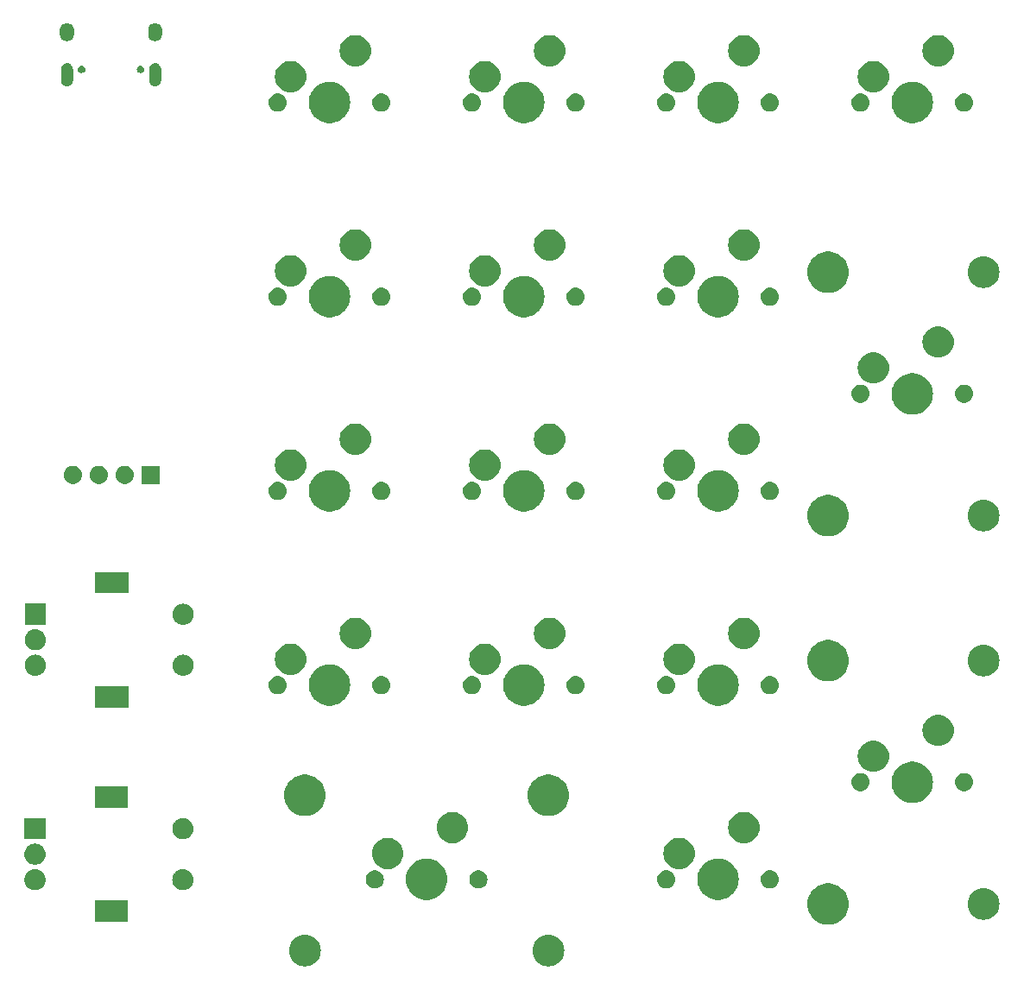
<source format=gbr>
%TF.GenerationSoftware,KiCad,Pcbnew,8.0.4*%
%TF.CreationDate,2024-08-20T22:26:35+10:00*%
%TF.ProjectId,banana17_main,62616e61-6e61-4313-975f-6d61696e2e6b,rev?*%
%TF.SameCoordinates,Original*%
%TF.FileFunction,Soldermask,Top*%
%TF.FilePolarity,Negative*%
%FSLAX46Y46*%
G04 Gerber Fmt 4.6, Leading zero omitted, Abs format (unit mm)*
G04 Created by KiCad (PCBNEW 8.0.4) date 2024-08-20 22:26:35*
%MOMM*%
%LPD*%
G01*
G04 APERTURE LIST*
G04 APERTURE END LIST*
G36*
X124039351Y-145962231D02*
G01*
X124277685Y-146019450D01*
X124504133Y-146113248D01*
X124713121Y-146241315D01*
X124899501Y-146400499D01*
X125058685Y-146586879D01*
X125186752Y-146795867D01*
X125280550Y-147022315D01*
X125337769Y-147260649D01*
X125357000Y-147505000D01*
X125337769Y-147749351D01*
X125280550Y-147987685D01*
X125186752Y-148214133D01*
X125058685Y-148423121D01*
X124899501Y-148609501D01*
X124713121Y-148768685D01*
X124504133Y-148896752D01*
X124277685Y-148990550D01*
X124039351Y-149047769D01*
X123795000Y-149067000D01*
X123550649Y-149047769D01*
X123312315Y-148990550D01*
X123085867Y-148896752D01*
X122876879Y-148768685D01*
X122690499Y-148609501D01*
X122531315Y-148423121D01*
X122403248Y-148214133D01*
X122309450Y-147987685D01*
X122252231Y-147749351D01*
X122233000Y-147505000D01*
X122252231Y-147260649D01*
X122309450Y-147022315D01*
X122403248Y-146795867D01*
X122531315Y-146586879D01*
X122690499Y-146400499D01*
X122876879Y-146241315D01*
X123085867Y-146113248D01*
X123312315Y-146019450D01*
X123550649Y-145962231D01*
X123795000Y-145943000D01*
X124039351Y-145962231D01*
G37*
G36*
X147915351Y-145962231D02*
G01*
X148153685Y-146019450D01*
X148380133Y-146113248D01*
X148589121Y-146241315D01*
X148775501Y-146400499D01*
X148934685Y-146586879D01*
X149062752Y-146795867D01*
X149156550Y-147022315D01*
X149213769Y-147260649D01*
X149233000Y-147505000D01*
X149213769Y-147749351D01*
X149156550Y-147987685D01*
X149062752Y-148214133D01*
X148934685Y-148423121D01*
X148775501Y-148609501D01*
X148589121Y-148768685D01*
X148380133Y-148896752D01*
X148153685Y-148990550D01*
X147915351Y-149047769D01*
X147671000Y-149067000D01*
X147426649Y-149047769D01*
X147188315Y-148990550D01*
X146961867Y-148896752D01*
X146752879Y-148768685D01*
X146566499Y-148609501D01*
X146407315Y-148423121D01*
X146279248Y-148214133D01*
X146185450Y-147987685D01*
X146128231Y-147749351D01*
X146109000Y-147505000D01*
X146128231Y-147260649D01*
X146185450Y-147022315D01*
X146279248Y-146795867D01*
X146407315Y-146586879D01*
X146566499Y-146400499D01*
X146752879Y-146241315D01*
X146961867Y-146113248D01*
X147188315Y-146019450D01*
X147426649Y-145962231D01*
X147671000Y-145943000D01*
X147915351Y-145962231D01*
G37*
G36*
X175516402Y-140943599D02*
G01*
X175783442Y-141018420D01*
X176037806Y-141128906D01*
X176274757Y-141272999D01*
X176489880Y-141448014D01*
X176679168Y-141650692D01*
X176839095Y-141877257D01*
X176966682Y-142123489D01*
X177059552Y-142384800D01*
X177115975Y-142656323D01*
X177134900Y-142933000D01*
X177115975Y-143209677D01*
X177059552Y-143481200D01*
X176966682Y-143742511D01*
X176839095Y-143988743D01*
X176679168Y-144215308D01*
X176489880Y-144417986D01*
X176274757Y-144593001D01*
X176037806Y-144737094D01*
X175783442Y-144847580D01*
X175516402Y-144922401D01*
X175241662Y-144960163D01*
X174964338Y-144960163D01*
X174689598Y-144922401D01*
X174422558Y-144847580D01*
X174168194Y-144737094D01*
X173931243Y-144593001D01*
X173716120Y-144417986D01*
X173526832Y-144215308D01*
X173366905Y-143988743D01*
X173239318Y-143742511D01*
X173146448Y-143481200D01*
X173090025Y-143209677D01*
X173071100Y-142933000D01*
X173090025Y-142656323D01*
X173146448Y-142384800D01*
X173239318Y-142123489D01*
X173366905Y-141877257D01*
X173526832Y-141650692D01*
X173716120Y-141448014D01*
X173931243Y-141272999D01*
X174168194Y-141128906D01*
X174422558Y-141018420D01*
X174689598Y-140943599D01*
X174964338Y-140905837D01*
X175241662Y-140905837D01*
X175516402Y-140943599D01*
G37*
G36*
X106444542Y-142614893D02*
G01*
X106456870Y-142623130D01*
X106465107Y-142635458D01*
X106468000Y-142650000D01*
X106468000Y-144650000D01*
X106465107Y-144664542D01*
X106456870Y-144676870D01*
X106444542Y-144685107D01*
X106430000Y-144688000D01*
X103230000Y-144688000D01*
X103215458Y-144685107D01*
X103203130Y-144676870D01*
X103194893Y-144664542D01*
X103192000Y-144650000D01*
X103192000Y-142650000D01*
X103194893Y-142635458D01*
X103203130Y-142623130D01*
X103215458Y-142614893D01*
X103230000Y-142612000D01*
X106430000Y-142612000D01*
X106444542Y-142614893D01*
G37*
G36*
X190587351Y-141390231D02*
G01*
X190825685Y-141447450D01*
X191052133Y-141541248D01*
X191261121Y-141669315D01*
X191447501Y-141828499D01*
X191606685Y-142014879D01*
X191734752Y-142223867D01*
X191828550Y-142450315D01*
X191885769Y-142688649D01*
X191905000Y-142933000D01*
X191885769Y-143177351D01*
X191828550Y-143415685D01*
X191734752Y-143642133D01*
X191606685Y-143851121D01*
X191447501Y-144037501D01*
X191261121Y-144196685D01*
X191052133Y-144324752D01*
X190825685Y-144418550D01*
X190587351Y-144475769D01*
X190343000Y-144495000D01*
X190098649Y-144475769D01*
X189860315Y-144418550D01*
X189633867Y-144324752D01*
X189424879Y-144196685D01*
X189238499Y-144037501D01*
X189079315Y-143851121D01*
X188951248Y-143642133D01*
X188857450Y-143415685D01*
X188800231Y-143177351D01*
X188781000Y-142933000D01*
X188800231Y-142688649D01*
X188857450Y-142450315D01*
X188951248Y-142223867D01*
X189079315Y-142014879D01*
X189238499Y-141828499D01*
X189424879Y-141669315D01*
X189633867Y-141541248D01*
X189860315Y-141447450D01*
X190098649Y-141390231D01*
X190343000Y-141371000D01*
X190587351Y-141390231D01*
G37*
G36*
X136146402Y-138530599D02*
G01*
X136413442Y-138605420D01*
X136667806Y-138715906D01*
X136904757Y-138859999D01*
X137119880Y-139035014D01*
X137309168Y-139237692D01*
X137469095Y-139464257D01*
X137596682Y-139710489D01*
X137689552Y-139971800D01*
X137745975Y-140243323D01*
X137764900Y-140520000D01*
X137745975Y-140796677D01*
X137689552Y-141068200D01*
X137596682Y-141329511D01*
X137469095Y-141575743D01*
X137309168Y-141802308D01*
X137119880Y-142004986D01*
X136904757Y-142180001D01*
X136667806Y-142324094D01*
X136413442Y-142434580D01*
X136146402Y-142509401D01*
X135871662Y-142547163D01*
X135594338Y-142547163D01*
X135319598Y-142509401D01*
X135052558Y-142434580D01*
X134798194Y-142324094D01*
X134561243Y-142180001D01*
X134346120Y-142004986D01*
X134156832Y-141802308D01*
X133996905Y-141575743D01*
X133869318Y-141329511D01*
X133776448Y-141068200D01*
X133720025Y-140796677D01*
X133701100Y-140520000D01*
X133720025Y-140243323D01*
X133776448Y-139971800D01*
X133869318Y-139710489D01*
X133996905Y-139464257D01*
X134156832Y-139237692D01*
X134346120Y-139035014D01*
X134561243Y-138859999D01*
X134798194Y-138715906D01*
X135052558Y-138605420D01*
X135319598Y-138530599D01*
X135594338Y-138492837D01*
X135871662Y-138492837D01*
X136146402Y-138530599D01*
G37*
G36*
X164721402Y-138530599D02*
G01*
X164988442Y-138605420D01*
X165242806Y-138715906D01*
X165479757Y-138859999D01*
X165694880Y-139035014D01*
X165884168Y-139237692D01*
X166044095Y-139464257D01*
X166171682Y-139710489D01*
X166264552Y-139971800D01*
X166320975Y-140243323D01*
X166339900Y-140520000D01*
X166320975Y-140796677D01*
X166264552Y-141068200D01*
X166171682Y-141329511D01*
X166044095Y-141575743D01*
X165884168Y-141802308D01*
X165694880Y-142004986D01*
X165479757Y-142180001D01*
X165242806Y-142324094D01*
X164988442Y-142434580D01*
X164721402Y-142509401D01*
X164446662Y-142547163D01*
X164169338Y-142547163D01*
X163894598Y-142509401D01*
X163627558Y-142434580D01*
X163373194Y-142324094D01*
X163136243Y-142180001D01*
X162921120Y-142004986D01*
X162731832Y-141802308D01*
X162571905Y-141575743D01*
X162444318Y-141329511D01*
X162351448Y-141068200D01*
X162295025Y-140796677D01*
X162276100Y-140520000D01*
X162295025Y-140243323D01*
X162351448Y-139971800D01*
X162444318Y-139710489D01*
X162571905Y-139464257D01*
X162731832Y-139237692D01*
X162921120Y-139035014D01*
X163136243Y-138859999D01*
X163373194Y-138715906D01*
X163627558Y-138605420D01*
X163894598Y-138530599D01*
X164169338Y-138492837D01*
X164446662Y-138492837D01*
X164721402Y-138530599D01*
G37*
G36*
X97377121Y-139516641D02*
G01*
X97425753Y-139516641D01*
X97479911Y-139526765D01*
X97532504Y-139531945D01*
X97572459Y-139544065D01*
X97614002Y-139551831D01*
X97671540Y-139574121D01*
X97727225Y-139591013D01*
X97759039Y-139608018D01*
X97792583Y-139621013D01*
X97850867Y-139657101D01*
X97906682Y-139686935D01*
X97930133Y-139706181D01*
X97955404Y-139721828D01*
X98011391Y-139772867D01*
X98063977Y-139816023D01*
X98079561Y-139835012D01*
X98096933Y-139850849D01*
X98147369Y-139917637D01*
X98193065Y-139973318D01*
X98201900Y-139989848D01*
X98212342Y-140003675D01*
X98253887Y-140087108D01*
X98288987Y-140152775D01*
X98292729Y-140165113D01*
X98297707Y-140175109D01*
X98327109Y-140278446D01*
X98348055Y-140347496D01*
X98348743Y-140354482D01*
X98350115Y-140359304D01*
X98364368Y-140513130D01*
X98368000Y-140550000D01*
X98364368Y-140586872D01*
X98350115Y-140740695D01*
X98348743Y-140745516D01*
X98348055Y-140752504D01*
X98327104Y-140821568D01*
X98297707Y-140924890D01*
X98292730Y-140934883D01*
X98288987Y-140947225D01*
X98253880Y-141012905D01*
X98212342Y-141096324D01*
X98201902Y-141110147D01*
X98193065Y-141126682D01*
X98147359Y-141182374D01*
X98096933Y-141249150D01*
X98079564Y-141264983D01*
X98063977Y-141283977D01*
X98011380Y-141327141D01*
X97955404Y-141378171D01*
X97930138Y-141393814D01*
X97906682Y-141413065D01*
X97850856Y-141442904D01*
X97792583Y-141478986D01*
X97759046Y-141491977D01*
X97727225Y-141508987D01*
X97671528Y-141525882D01*
X97614002Y-141548168D01*
X97572465Y-141555932D01*
X97532504Y-141568055D01*
X97479908Y-141573235D01*
X97425753Y-141583359D01*
X97377121Y-141583359D01*
X97330000Y-141588000D01*
X97282879Y-141583359D01*
X97234247Y-141583359D01*
X97180090Y-141573235D01*
X97127496Y-141568055D01*
X97087535Y-141555933D01*
X97045997Y-141548168D01*
X96988467Y-141525881D01*
X96932775Y-141508987D01*
X96900955Y-141491979D01*
X96867416Y-141478986D01*
X96809136Y-141442900D01*
X96753318Y-141413065D01*
X96729864Y-141393817D01*
X96704595Y-141378171D01*
X96648609Y-141327133D01*
X96596023Y-141283977D01*
X96580438Y-141264987D01*
X96563066Y-141249150D01*
X96512627Y-141182359D01*
X96466935Y-141126682D01*
X96458099Y-141110152D01*
X96447657Y-141096324D01*
X96406105Y-141012877D01*
X96371013Y-140947225D01*
X96367270Y-140934888D01*
X96362292Y-140924890D01*
X96332879Y-140821515D01*
X96311945Y-140752504D01*
X96311257Y-140745521D01*
X96309884Y-140740695D01*
X96295614Y-140586701D01*
X96292000Y-140550000D01*
X96295614Y-140513301D01*
X96309884Y-140359304D01*
X96311257Y-140354476D01*
X96311945Y-140347496D01*
X96332874Y-140278499D01*
X96362292Y-140175109D01*
X96367271Y-140165108D01*
X96371013Y-140152775D01*
X96406097Y-140087135D01*
X96447657Y-140003675D01*
X96458101Y-139989844D01*
X96466935Y-139973318D01*
X96512618Y-139917652D01*
X96563066Y-139850849D01*
X96580441Y-139835008D01*
X96596023Y-139816023D01*
X96648598Y-139772875D01*
X96704595Y-139721828D01*
X96729869Y-139706178D01*
X96753318Y-139686935D01*
X96809124Y-139657105D01*
X96867416Y-139621013D01*
X96900962Y-139608017D01*
X96932775Y-139591013D01*
X96988455Y-139574122D01*
X97045997Y-139551831D01*
X97087542Y-139544064D01*
X97127496Y-139531945D01*
X97180087Y-139526765D01*
X97234247Y-139516641D01*
X97282879Y-139516641D01*
X97330000Y-139512000D01*
X97377121Y-139516641D01*
G37*
G36*
X111877121Y-139516641D02*
G01*
X111925753Y-139516641D01*
X111979911Y-139526765D01*
X112032504Y-139531945D01*
X112072459Y-139544065D01*
X112114002Y-139551831D01*
X112171540Y-139574121D01*
X112227225Y-139591013D01*
X112259039Y-139608018D01*
X112292583Y-139621013D01*
X112350867Y-139657101D01*
X112406682Y-139686935D01*
X112430133Y-139706181D01*
X112455404Y-139721828D01*
X112511391Y-139772867D01*
X112563977Y-139816023D01*
X112579561Y-139835012D01*
X112596933Y-139850849D01*
X112647369Y-139917637D01*
X112693065Y-139973318D01*
X112701900Y-139989848D01*
X112712342Y-140003675D01*
X112753887Y-140087108D01*
X112788987Y-140152775D01*
X112792729Y-140165113D01*
X112797707Y-140175109D01*
X112827109Y-140278446D01*
X112848055Y-140347496D01*
X112848743Y-140354482D01*
X112850115Y-140359304D01*
X112864368Y-140513130D01*
X112868000Y-140550000D01*
X112864368Y-140586872D01*
X112850115Y-140740695D01*
X112848743Y-140745516D01*
X112848055Y-140752504D01*
X112827104Y-140821568D01*
X112797707Y-140924890D01*
X112792730Y-140934883D01*
X112788987Y-140947225D01*
X112753880Y-141012905D01*
X112712342Y-141096324D01*
X112701902Y-141110147D01*
X112693065Y-141126682D01*
X112647359Y-141182374D01*
X112596933Y-141249150D01*
X112579564Y-141264983D01*
X112563977Y-141283977D01*
X112511380Y-141327141D01*
X112455404Y-141378171D01*
X112430138Y-141393814D01*
X112406682Y-141413065D01*
X112350856Y-141442904D01*
X112292583Y-141478986D01*
X112259046Y-141491977D01*
X112227225Y-141508987D01*
X112171528Y-141525882D01*
X112114002Y-141548168D01*
X112072465Y-141555932D01*
X112032504Y-141568055D01*
X111979908Y-141573235D01*
X111925753Y-141583359D01*
X111877121Y-141583359D01*
X111830000Y-141588000D01*
X111782879Y-141583359D01*
X111734247Y-141583359D01*
X111680090Y-141573235D01*
X111627496Y-141568055D01*
X111587535Y-141555933D01*
X111545997Y-141548168D01*
X111488467Y-141525881D01*
X111432775Y-141508987D01*
X111400955Y-141491979D01*
X111367416Y-141478986D01*
X111309136Y-141442900D01*
X111253318Y-141413065D01*
X111229864Y-141393817D01*
X111204595Y-141378171D01*
X111148609Y-141327133D01*
X111096023Y-141283977D01*
X111080438Y-141264987D01*
X111063066Y-141249150D01*
X111012627Y-141182359D01*
X110966935Y-141126682D01*
X110958099Y-141110152D01*
X110947657Y-141096324D01*
X110906105Y-141012877D01*
X110871013Y-140947225D01*
X110867270Y-140934888D01*
X110862292Y-140924890D01*
X110832879Y-140821515D01*
X110811945Y-140752504D01*
X110811257Y-140745521D01*
X110809884Y-140740695D01*
X110795614Y-140586701D01*
X110792000Y-140550000D01*
X110795614Y-140513301D01*
X110809884Y-140359304D01*
X110811257Y-140354476D01*
X110811945Y-140347496D01*
X110832874Y-140278499D01*
X110862292Y-140175109D01*
X110867271Y-140165108D01*
X110871013Y-140152775D01*
X110906097Y-140087135D01*
X110947657Y-140003675D01*
X110958101Y-139989844D01*
X110966935Y-139973318D01*
X111012618Y-139917652D01*
X111063066Y-139850849D01*
X111080441Y-139835008D01*
X111096023Y-139816023D01*
X111148598Y-139772875D01*
X111204595Y-139721828D01*
X111229869Y-139706178D01*
X111253318Y-139686935D01*
X111309124Y-139657105D01*
X111367416Y-139621013D01*
X111400962Y-139608017D01*
X111432775Y-139591013D01*
X111488455Y-139574122D01*
X111545997Y-139551831D01*
X111587542Y-139544064D01*
X111627496Y-139531945D01*
X111680087Y-139526765D01*
X111734247Y-139516641D01*
X111782879Y-139516641D01*
X111830000Y-139512000D01*
X111877121Y-139516641D01*
G37*
G36*
X130927685Y-139674606D02*
G01*
X131097450Y-139750190D01*
X131247790Y-139859419D01*
X131372135Y-139997518D01*
X131465051Y-140158452D01*
X131522475Y-140335187D01*
X131541900Y-140520000D01*
X131522475Y-140704813D01*
X131465051Y-140881548D01*
X131372135Y-141042482D01*
X131247790Y-141180581D01*
X131097450Y-141289810D01*
X130927685Y-141365394D01*
X130745915Y-141404031D01*
X130560085Y-141404031D01*
X130378315Y-141365394D01*
X130208550Y-141289810D01*
X130058210Y-141180581D01*
X129933865Y-141042482D01*
X129840949Y-140881548D01*
X129783525Y-140704813D01*
X129764100Y-140520000D01*
X129783525Y-140335187D01*
X129840949Y-140158452D01*
X129933865Y-139997518D01*
X130058210Y-139859419D01*
X130208550Y-139750190D01*
X130378315Y-139674606D01*
X130560085Y-139635969D01*
X130745915Y-139635969D01*
X130927685Y-139674606D01*
G37*
G36*
X141087685Y-139674606D02*
G01*
X141257450Y-139750190D01*
X141407790Y-139859419D01*
X141532135Y-139997518D01*
X141625051Y-140158452D01*
X141682475Y-140335187D01*
X141701900Y-140520000D01*
X141682475Y-140704813D01*
X141625051Y-140881548D01*
X141532135Y-141042482D01*
X141407790Y-141180581D01*
X141257450Y-141289810D01*
X141087685Y-141365394D01*
X140905915Y-141404031D01*
X140720085Y-141404031D01*
X140538315Y-141365394D01*
X140368550Y-141289810D01*
X140218210Y-141180581D01*
X140093865Y-141042482D01*
X140000949Y-140881548D01*
X139943525Y-140704813D01*
X139924100Y-140520000D01*
X139943525Y-140335187D01*
X140000949Y-140158452D01*
X140093865Y-139997518D01*
X140218210Y-139859419D01*
X140368550Y-139750190D01*
X140538315Y-139674606D01*
X140720085Y-139635969D01*
X140905915Y-139635969D01*
X141087685Y-139674606D01*
G37*
G36*
X159502685Y-139674606D02*
G01*
X159672450Y-139750190D01*
X159822790Y-139859419D01*
X159947135Y-139997518D01*
X160040051Y-140158452D01*
X160097475Y-140335187D01*
X160116900Y-140520000D01*
X160097475Y-140704813D01*
X160040051Y-140881548D01*
X159947135Y-141042482D01*
X159822790Y-141180581D01*
X159672450Y-141289810D01*
X159502685Y-141365394D01*
X159320915Y-141404031D01*
X159135085Y-141404031D01*
X158953315Y-141365394D01*
X158783550Y-141289810D01*
X158633210Y-141180581D01*
X158508865Y-141042482D01*
X158415949Y-140881548D01*
X158358525Y-140704813D01*
X158339100Y-140520000D01*
X158358525Y-140335187D01*
X158415949Y-140158452D01*
X158508865Y-139997518D01*
X158633210Y-139859419D01*
X158783550Y-139750190D01*
X158953315Y-139674606D01*
X159135085Y-139635969D01*
X159320915Y-139635969D01*
X159502685Y-139674606D01*
G37*
G36*
X169662685Y-139674606D02*
G01*
X169832450Y-139750190D01*
X169982790Y-139859419D01*
X170107135Y-139997518D01*
X170200051Y-140158452D01*
X170257475Y-140335187D01*
X170276900Y-140520000D01*
X170257475Y-140704813D01*
X170200051Y-140881548D01*
X170107135Y-141042482D01*
X169982790Y-141180581D01*
X169832450Y-141289810D01*
X169662685Y-141365394D01*
X169480915Y-141404031D01*
X169295085Y-141404031D01*
X169113315Y-141365394D01*
X168943550Y-141289810D01*
X168793210Y-141180581D01*
X168668865Y-141042482D01*
X168575949Y-140881548D01*
X168518525Y-140704813D01*
X168499100Y-140520000D01*
X168518525Y-140335187D01*
X168575949Y-140158452D01*
X168668865Y-139997518D01*
X168793210Y-139859419D01*
X168943550Y-139750190D01*
X169113315Y-139674606D01*
X169295085Y-139635969D01*
X169480915Y-139635969D01*
X169662685Y-139674606D01*
G37*
G36*
X132163596Y-136460935D02*
G01*
X132398268Y-136517275D01*
X132621237Y-136609632D01*
X132827014Y-136735732D01*
X133010530Y-136892470D01*
X133167268Y-137075986D01*
X133293368Y-137281763D01*
X133385725Y-137504732D01*
X133442065Y-137739404D01*
X133461000Y-137980000D01*
X133442065Y-138220596D01*
X133385725Y-138455268D01*
X133293368Y-138678237D01*
X133167268Y-138884014D01*
X133010530Y-139067530D01*
X132827014Y-139224268D01*
X132621237Y-139350368D01*
X132398268Y-139442725D01*
X132163596Y-139499065D01*
X131923000Y-139518000D01*
X131682404Y-139499065D01*
X131447732Y-139442725D01*
X131224763Y-139350368D01*
X131018986Y-139224268D01*
X130835470Y-139067530D01*
X130678732Y-138884014D01*
X130552632Y-138678237D01*
X130460275Y-138455268D01*
X130403935Y-138220596D01*
X130385000Y-137980000D01*
X130403935Y-137739404D01*
X130460275Y-137504732D01*
X130552632Y-137281763D01*
X130678732Y-137075986D01*
X130835470Y-136892470D01*
X131018986Y-136735732D01*
X131224763Y-136609632D01*
X131447732Y-136517275D01*
X131682404Y-136460935D01*
X131923000Y-136442000D01*
X132163596Y-136460935D01*
G37*
G36*
X160738596Y-136460935D02*
G01*
X160973268Y-136517275D01*
X161196237Y-136609632D01*
X161402014Y-136735732D01*
X161585530Y-136892470D01*
X161742268Y-137075986D01*
X161868368Y-137281763D01*
X161960725Y-137504732D01*
X162017065Y-137739404D01*
X162036000Y-137980000D01*
X162017065Y-138220596D01*
X161960725Y-138455268D01*
X161868368Y-138678237D01*
X161742268Y-138884014D01*
X161585530Y-139067530D01*
X161402014Y-139224268D01*
X161196237Y-139350368D01*
X160973268Y-139442725D01*
X160738596Y-139499065D01*
X160498000Y-139518000D01*
X160257404Y-139499065D01*
X160022732Y-139442725D01*
X159799763Y-139350368D01*
X159593986Y-139224268D01*
X159410470Y-139067530D01*
X159253732Y-138884014D01*
X159127632Y-138678237D01*
X159035275Y-138455268D01*
X158978935Y-138220596D01*
X158960000Y-137980000D01*
X158978935Y-137739404D01*
X159035275Y-137504732D01*
X159127632Y-137281763D01*
X159253732Y-137075986D01*
X159410470Y-136892470D01*
X159593986Y-136735732D01*
X159799763Y-136609632D01*
X160022732Y-136517275D01*
X160257404Y-136460935D01*
X160498000Y-136442000D01*
X160738596Y-136460935D01*
G37*
G36*
X97377121Y-137016641D02*
G01*
X97425753Y-137016641D01*
X97479911Y-137026765D01*
X97532504Y-137031945D01*
X97572459Y-137044065D01*
X97614002Y-137051831D01*
X97671540Y-137074121D01*
X97727225Y-137091013D01*
X97759039Y-137108018D01*
X97792583Y-137121013D01*
X97850867Y-137157101D01*
X97906682Y-137186935D01*
X97930133Y-137206181D01*
X97955404Y-137221828D01*
X98011391Y-137272867D01*
X98063977Y-137316023D01*
X98079561Y-137335012D01*
X98096933Y-137350849D01*
X98147369Y-137417637D01*
X98193065Y-137473318D01*
X98201900Y-137489848D01*
X98212342Y-137503675D01*
X98253887Y-137587108D01*
X98288987Y-137652775D01*
X98292729Y-137665113D01*
X98297707Y-137675109D01*
X98327109Y-137778446D01*
X98348055Y-137847496D01*
X98348743Y-137854482D01*
X98350115Y-137859304D01*
X98364368Y-138013130D01*
X98368000Y-138050000D01*
X98364368Y-138086872D01*
X98350115Y-138240695D01*
X98348743Y-138245516D01*
X98348055Y-138252504D01*
X98327104Y-138321568D01*
X98297707Y-138424890D01*
X98292730Y-138434883D01*
X98288987Y-138447225D01*
X98253880Y-138512905D01*
X98212342Y-138596324D01*
X98201902Y-138610147D01*
X98193065Y-138626682D01*
X98147359Y-138682374D01*
X98096933Y-138749150D01*
X98079564Y-138764983D01*
X98063977Y-138783977D01*
X98011380Y-138827141D01*
X97955404Y-138878171D01*
X97930138Y-138893814D01*
X97906682Y-138913065D01*
X97850856Y-138942904D01*
X97792583Y-138978986D01*
X97759046Y-138991977D01*
X97727225Y-139008987D01*
X97671528Y-139025882D01*
X97614002Y-139048168D01*
X97572465Y-139055932D01*
X97532504Y-139068055D01*
X97479908Y-139073235D01*
X97425753Y-139083359D01*
X97377121Y-139083359D01*
X97330000Y-139088000D01*
X97282879Y-139083359D01*
X97234247Y-139083359D01*
X97180090Y-139073235D01*
X97127496Y-139068055D01*
X97087535Y-139055933D01*
X97045997Y-139048168D01*
X96988467Y-139025881D01*
X96932775Y-139008987D01*
X96900955Y-138991979D01*
X96867416Y-138978986D01*
X96809136Y-138942900D01*
X96753318Y-138913065D01*
X96729864Y-138893817D01*
X96704595Y-138878171D01*
X96648609Y-138827133D01*
X96596023Y-138783977D01*
X96580438Y-138764987D01*
X96563066Y-138749150D01*
X96512627Y-138682359D01*
X96466935Y-138626682D01*
X96458099Y-138610152D01*
X96447657Y-138596324D01*
X96406105Y-138512877D01*
X96371013Y-138447225D01*
X96367270Y-138434888D01*
X96362292Y-138424890D01*
X96332879Y-138321515D01*
X96311945Y-138252504D01*
X96311257Y-138245521D01*
X96309884Y-138240695D01*
X96295614Y-138086701D01*
X96292000Y-138050000D01*
X96295614Y-138013301D01*
X96309884Y-137859304D01*
X96311257Y-137854476D01*
X96311945Y-137847496D01*
X96332874Y-137778499D01*
X96362292Y-137675109D01*
X96367271Y-137665108D01*
X96371013Y-137652775D01*
X96406097Y-137587135D01*
X96447657Y-137503675D01*
X96458101Y-137489844D01*
X96466935Y-137473318D01*
X96512618Y-137417652D01*
X96563066Y-137350849D01*
X96580441Y-137335008D01*
X96596023Y-137316023D01*
X96648598Y-137272875D01*
X96704595Y-137221828D01*
X96729869Y-137206178D01*
X96753318Y-137186935D01*
X96809124Y-137157105D01*
X96867416Y-137121013D01*
X96900962Y-137108017D01*
X96932775Y-137091013D01*
X96988455Y-137074122D01*
X97045997Y-137051831D01*
X97087542Y-137044064D01*
X97127496Y-137031945D01*
X97180087Y-137026765D01*
X97234247Y-137016641D01*
X97282879Y-137016641D01*
X97330000Y-137012000D01*
X97377121Y-137016641D01*
G37*
G36*
X138513596Y-133920935D02*
G01*
X138748268Y-133977275D01*
X138971237Y-134069632D01*
X139177014Y-134195732D01*
X139360530Y-134352470D01*
X139517268Y-134535986D01*
X139643368Y-134741763D01*
X139735725Y-134964732D01*
X139792065Y-135199404D01*
X139811000Y-135440000D01*
X139792065Y-135680596D01*
X139735725Y-135915268D01*
X139643368Y-136138237D01*
X139517268Y-136344014D01*
X139360530Y-136527530D01*
X139177014Y-136684268D01*
X138971237Y-136810368D01*
X138748268Y-136902725D01*
X138513596Y-136959065D01*
X138273000Y-136978000D01*
X138032404Y-136959065D01*
X137797732Y-136902725D01*
X137574763Y-136810368D01*
X137368986Y-136684268D01*
X137185470Y-136527530D01*
X137028732Y-136344014D01*
X136902632Y-136138237D01*
X136810275Y-135915268D01*
X136753935Y-135680596D01*
X136735000Y-135440000D01*
X136753935Y-135199404D01*
X136810275Y-134964732D01*
X136902632Y-134741763D01*
X137028732Y-134535986D01*
X137185470Y-134352470D01*
X137368986Y-134195732D01*
X137574763Y-134069632D01*
X137797732Y-133977275D01*
X138032404Y-133920935D01*
X138273000Y-133902000D01*
X138513596Y-133920935D01*
G37*
G36*
X167088596Y-133920935D02*
G01*
X167323268Y-133977275D01*
X167546237Y-134069632D01*
X167752014Y-134195732D01*
X167935530Y-134352470D01*
X168092268Y-134535986D01*
X168218368Y-134741763D01*
X168310725Y-134964732D01*
X168367065Y-135199404D01*
X168386000Y-135440000D01*
X168367065Y-135680596D01*
X168310725Y-135915268D01*
X168218368Y-136138237D01*
X168092268Y-136344014D01*
X167935530Y-136527530D01*
X167752014Y-136684268D01*
X167546237Y-136810368D01*
X167323268Y-136902725D01*
X167088596Y-136959065D01*
X166848000Y-136978000D01*
X166607404Y-136959065D01*
X166372732Y-136902725D01*
X166149763Y-136810368D01*
X165943986Y-136684268D01*
X165760470Y-136527530D01*
X165603732Y-136344014D01*
X165477632Y-136138237D01*
X165385275Y-135915268D01*
X165328935Y-135680596D01*
X165310000Y-135440000D01*
X165328935Y-135199404D01*
X165385275Y-134964732D01*
X165477632Y-134741763D01*
X165603732Y-134535986D01*
X165760470Y-134352470D01*
X165943986Y-134195732D01*
X166149763Y-134069632D01*
X166372732Y-133977275D01*
X166607404Y-133920935D01*
X166848000Y-133902000D01*
X167088596Y-133920935D01*
G37*
G36*
X98344542Y-134514893D02*
G01*
X98356870Y-134523130D01*
X98365107Y-134535458D01*
X98368000Y-134550000D01*
X98368000Y-136550000D01*
X98365107Y-136564542D01*
X98356870Y-136576870D01*
X98344542Y-136585107D01*
X98330000Y-136588000D01*
X96330000Y-136588000D01*
X96315458Y-136585107D01*
X96303130Y-136576870D01*
X96294893Y-136564542D01*
X96292000Y-136550000D01*
X96292000Y-134550000D01*
X96294893Y-134535458D01*
X96303130Y-134523130D01*
X96315458Y-134514893D01*
X96330000Y-134512000D01*
X98330000Y-134512000D01*
X98344542Y-134514893D01*
G37*
G36*
X111877121Y-134516641D02*
G01*
X111925753Y-134516641D01*
X111979911Y-134526765D01*
X112032504Y-134531945D01*
X112072459Y-134544065D01*
X112114002Y-134551831D01*
X112171540Y-134574121D01*
X112227225Y-134591013D01*
X112259039Y-134608018D01*
X112292583Y-134621013D01*
X112350867Y-134657101D01*
X112406682Y-134686935D01*
X112430133Y-134706181D01*
X112455404Y-134721828D01*
X112511391Y-134772867D01*
X112563977Y-134816023D01*
X112579561Y-134835012D01*
X112596933Y-134850849D01*
X112647369Y-134917637D01*
X112693065Y-134973318D01*
X112701900Y-134989848D01*
X112712342Y-135003675D01*
X112753887Y-135087108D01*
X112788987Y-135152775D01*
X112792729Y-135165113D01*
X112797707Y-135175109D01*
X112827109Y-135278446D01*
X112848055Y-135347496D01*
X112848743Y-135354482D01*
X112850115Y-135359304D01*
X112864368Y-135513130D01*
X112868000Y-135550000D01*
X112864368Y-135586872D01*
X112850115Y-135740695D01*
X112848743Y-135745516D01*
X112848055Y-135752504D01*
X112827104Y-135821568D01*
X112797707Y-135924890D01*
X112792730Y-135934883D01*
X112788987Y-135947225D01*
X112753880Y-136012905D01*
X112712342Y-136096324D01*
X112701902Y-136110147D01*
X112693065Y-136126682D01*
X112647359Y-136182374D01*
X112596933Y-136249150D01*
X112579564Y-136264983D01*
X112563977Y-136283977D01*
X112511380Y-136327141D01*
X112455404Y-136378171D01*
X112430138Y-136393814D01*
X112406682Y-136413065D01*
X112350856Y-136442904D01*
X112292583Y-136478986D01*
X112259046Y-136491977D01*
X112227225Y-136508987D01*
X112171528Y-136525882D01*
X112114002Y-136548168D01*
X112072465Y-136555932D01*
X112032504Y-136568055D01*
X111979908Y-136573235D01*
X111925753Y-136583359D01*
X111877121Y-136583359D01*
X111830000Y-136588000D01*
X111782879Y-136583359D01*
X111734247Y-136583359D01*
X111680090Y-136573235D01*
X111627496Y-136568055D01*
X111587535Y-136555933D01*
X111545997Y-136548168D01*
X111488467Y-136525881D01*
X111432775Y-136508987D01*
X111400955Y-136491979D01*
X111367416Y-136478986D01*
X111309136Y-136442900D01*
X111253318Y-136413065D01*
X111229864Y-136393817D01*
X111204595Y-136378171D01*
X111148609Y-136327133D01*
X111096023Y-136283977D01*
X111080438Y-136264987D01*
X111063066Y-136249150D01*
X111012627Y-136182359D01*
X110966935Y-136126682D01*
X110958099Y-136110152D01*
X110947657Y-136096324D01*
X110906105Y-136012877D01*
X110871013Y-135947225D01*
X110867270Y-135934888D01*
X110862292Y-135924890D01*
X110832879Y-135821515D01*
X110811945Y-135752504D01*
X110811257Y-135745521D01*
X110809884Y-135740695D01*
X110795614Y-135586701D01*
X110792000Y-135550000D01*
X110795614Y-135513301D01*
X110809884Y-135359304D01*
X110811257Y-135354476D01*
X110811945Y-135347496D01*
X110832874Y-135278499D01*
X110862292Y-135175109D01*
X110867271Y-135165108D01*
X110871013Y-135152775D01*
X110906097Y-135087135D01*
X110947657Y-135003675D01*
X110958101Y-134989844D01*
X110966935Y-134973318D01*
X111012618Y-134917652D01*
X111063066Y-134850849D01*
X111080441Y-134835008D01*
X111096023Y-134816023D01*
X111148598Y-134772875D01*
X111204595Y-134721828D01*
X111229869Y-134706178D01*
X111253318Y-134686935D01*
X111309124Y-134657105D01*
X111367416Y-134621013D01*
X111400962Y-134608017D01*
X111432775Y-134591013D01*
X111488455Y-134574122D01*
X111545997Y-134551831D01*
X111587542Y-134544064D01*
X111627496Y-134531945D01*
X111680087Y-134526765D01*
X111734247Y-134516641D01*
X111782879Y-134516641D01*
X111830000Y-134512000D01*
X111877121Y-134516641D01*
G37*
G36*
X124208402Y-130275599D02*
G01*
X124475442Y-130350420D01*
X124729806Y-130460906D01*
X124966757Y-130604999D01*
X125181880Y-130780014D01*
X125371168Y-130982692D01*
X125531095Y-131209257D01*
X125658682Y-131455489D01*
X125751552Y-131716800D01*
X125807975Y-131988323D01*
X125826900Y-132265000D01*
X125807975Y-132541677D01*
X125751552Y-132813200D01*
X125658682Y-133074511D01*
X125531095Y-133320743D01*
X125371168Y-133547308D01*
X125181880Y-133749986D01*
X124966757Y-133925001D01*
X124729806Y-134069094D01*
X124475442Y-134179580D01*
X124208402Y-134254401D01*
X123933662Y-134292163D01*
X123656338Y-134292163D01*
X123381598Y-134254401D01*
X123114558Y-134179580D01*
X122860194Y-134069094D01*
X122623243Y-133925001D01*
X122408120Y-133749986D01*
X122218832Y-133547308D01*
X122058905Y-133320743D01*
X121931318Y-133074511D01*
X121838448Y-132813200D01*
X121782025Y-132541677D01*
X121763100Y-132265000D01*
X121782025Y-131988323D01*
X121838448Y-131716800D01*
X121931318Y-131455489D01*
X122058905Y-131209257D01*
X122218832Y-130982692D01*
X122408120Y-130780014D01*
X122623243Y-130604999D01*
X122860194Y-130460906D01*
X123114558Y-130350420D01*
X123381598Y-130275599D01*
X123656338Y-130237837D01*
X123933662Y-130237837D01*
X124208402Y-130275599D01*
G37*
G36*
X148084402Y-130275599D02*
G01*
X148351442Y-130350420D01*
X148605806Y-130460906D01*
X148842757Y-130604999D01*
X149057880Y-130780014D01*
X149247168Y-130982692D01*
X149407095Y-131209257D01*
X149534682Y-131455489D01*
X149627552Y-131716800D01*
X149683975Y-131988323D01*
X149702900Y-132265000D01*
X149683975Y-132541677D01*
X149627552Y-132813200D01*
X149534682Y-133074511D01*
X149407095Y-133320743D01*
X149247168Y-133547308D01*
X149057880Y-133749986D01*
X148842757Y-133925001D01*
X148605806Y-134069094D01*
X148351442Y-134179580D01*
X148084402Y-134254401D01*
X147809662Y-134292163D01*
X147532338Y-134292163D01*
X147257598Y-134254401D01*
X146990558Y-134179580D01*
X146736194Y-134069094D01*
X146499243Y-133925001D01*
X146284120Y-133749986D01*
X146094832Y-133547308D01*
X145934905Y-133320743D01*
X145807318Y-133074511D01*
X145714448Y-132813200D01*
X145658025Y-132541677D01*
X145639100Y-132265000D01*
X145658025Y-131988323D01*
X145714448Y-131716800D01*
X145807318Y-131455489D01*
X145934905Y-131209257D01*
X146094832Y-130982692D01*
X146284120Y-130780014D01*
X146499243Y-130604999D01*
X146736194Y-130460906D01*
X146990558Y-130350420D01*
X147257598Y-130275599D01*
X147532338Y-130237837D01*
X147809662Y-130237837D01*
X148084402Y-130275599D01*
G37*
G36*
X106444542Y-131414893D02*
G01*
X106456870Y-131423130D01*
X106465107Y-131435458D01*
X106468000Y-131450000D01*
X106468000Y-133450000D01*
X106465107Y-133464542D01*
X106456870Y-133476870D01*
X106444542Y-133485107D01*
X106430000Y-133488000D01*
X103230000Y-133488000D01*
X103215458Y-133485107D01*
X103203130Y-133476870D01*
X103194893Y-133464542D01*
X103192000Y-133450000D01*
X103192000Y-131450000D01*
X103194893Y-131435458D01*
X103203130Y-131423130D01*
X103215458Y-131414893D01*
X103230000Y-131412000D01*
X106430000Y-131412000D01*
X106444542Y-131414893D01*
G37*
G36*
X183771402Y-129005599D02*
G01*
X184038442Y-129080420D01*
X184292806Y-129190906D01*
X184529757Y-129334999D01*
X184744880Y-129510014D01*
X184934168Y-129712692D01*
X185094095Y-129939257D01*
X185221682Y-130185489D01*
X185314552Y-130446800D01*
X185370975Y-130718323D01*
X185389900Y-130995000D01*
X185370975Y-131271677D01*
X185314552Y-131543200D01*
X185221682Y-131804511D01*
X185094095Y-132050743D01*
X184934168Y-132277308D01*
X184744880Y-132479986D01*
X184529757Y-132655001D01*
X184292806Y-132799094D01*
X184038442Y-132909580D01*
X183771402Y-132984401D01*
X183496662Y-133022163D01*
X183219338Y-133022163D01*
X182944598Y-132984401D01*
X182677558Y-132909580D01*
X182423194Y-132799094D01*
X182186243Y-132655001D01*
X181971120Y-132479986D01*
X181781832Y-132277308D01*
X181621905Y-132050743D01*
X181494318Y-131804511D01*
X181401448Y-131543200D01*
X181345025Y-131271677D01*
X181326100Y-130995000D01*
X181345025Y-130718323D01*
X181401448Y-130446800D01*
X181494318Y-130185489D01*
X181621905Y-129939257D01*
X181781832Y-129712692D01*
X181971120Y-129510014D01*
X182186243Y-129334999D01*
X182423194Y-129190906D01*
X182677558Y-129080420D01*
X182944598Y-129005599D01*
X183219338Y-128967837D01*
X183496662Y-128967837D01*
X183771402Y-129005599D01*
G37*
G36*
X178552685Y-130149606D02*
G01*
X178722450Y-130225190D01*
X178872790Y-130334419D01*
X178997135Y-130472518D01*
X179090051Y-130633452D01*
X179147475Y-130810187D01*
X179166900Y-130995000D01*
X179147475Y-131179813D01*
X179090051Y-131356548D01*
X178997135Y-131517482D01*
X178872790Y-131655581D01*
X178722450Y-131764810D01*
X178552685Y-131840394D01*
X178370915Y-131879031D01*
X178185085Y-131879031D01*
X178003315Y-131840394D01*
X177833550Y-131764810D01*
X177683210Y-131655581D01*
X177558865Y-131517482D01*
X177465949Y-131356548D01*
X177408525Y-131179813D01*
X177389100Y-130995000D01*
X177408525Y-130810187D01*
X177465949Y-130633452D01*
X177558865Y-130472518D01*
X177683210Y-130334419D01*
X177833550Y-130225190D01*
X178003315Y-130149606D01*
X178185085Y-130110969D01*
X178370915Y-130110969D01*
X178552685Y-130149606D01*
G37*
G36*
X188712685Y-130149606D02*
G01*
X188882450Y-130225190D01*
X189032790Y-130334419D01*
X189157135Y-130472518D01*
X189250051Y-130633452D01*
X189307475Y-130810187D01*
X189326900Y-130995000D01*
X189307475Y-131179813D01*
X189250051Y-131356548D01*
X189157135Y-131517482D01*
X189032790Y-131655581D01*
X188882450Y-131764810D01*
X188712685Y-131840394D01*
X188530915Y-131879031D01*
X188345085Y-131879031D01*
X188163315Y-131840394D01*
X187993550Y-131764810D01*
X187843210Y-131655581D01*
X187718865Y-131517482D01*
X187625949Y-131356548D01*
X187568525Y-131179813D01*
X187549100Y-130995000D01*
X187568525Y-130810187D01*
X187625949Y-130633452D01*
X187718865Y-130472518D01*
X187843210Y-130334419D01*
X187993550Y-130225190D01*
X188163315Y-130149606D01*
X188345085Y-130110969D01*
X188530915Y-130110969D01*
X188712685Y-130149606D01*
G37*
G36*
X179788596Y-126935935D02*
G01*
X180023268Y-126992275D01*
X180246237Y-127084632D01*
X180452014Y-127210732D01*
X180635530Y-127367470D01*
X180792268Y-127550986D01*
X180918368Y-127756763D01*
X181010725Y-127979732D01*
X181067065Y-128214404D01*
X181086000Y-128455000D01*
X181067065Y-128695596D01*
X181010725Y-128930268D01*
X180918368Y-129153237D01*
X180792268Y-129359014D01*
X180635530Y-129542530D01*
X180452014Y-129699268D01*
X180246237Y-129825368D01*
X180023268Y-129917725D01*
X179788596Y-129974065D01*
X179548000Y-129993000D01*
X179307404Y-129974065D01*
X179072732Y-129917725D01*
X178849763Y-129825368D01*
X178643986Y-129699268D01*
X178460470Y-129542530D01*
X178303732Y-129359014D01*
X178177632Y-129153237D01*
X178085275Y-128930268D01*
X178028935Y-128695596D01*
X178010000Y-128455000D01*
X178028935Y-128214404D01*
X178085275Y-127979732D01*
X178177632Y-127756763D01*
X178303732Y-127550986D01*
X178460470Y-127367470D01*
X178643986Y-127210732D01*
X178849763Y-127084632D01*
X179072732Y-126992275D01*
X179307404Y-126935935D01*
X179548000Y-126917000D01*
X179788596Y-126935935D01*
G37*
G36*
X186138596Y-124395935D02*
G01*
X186373268Y-124452275D01*
X186596237Y-124544632D01*
X186802014Y-124670732D01*
X186985530Y-124827470D01*
X187142268Y-125010986D01*
X187268368Y-125216763D01*
X187360725Y-125439732D01*
X187417065Y-125674404D01*
X187436000Y-125915000D01*
X187417065Y-126155596D01*
X187360725Y-126390268D01*
X187268368Y-126613237D01*
X187142268Y-126819014D01*
X186985530Y-127002530D01*
X186802014Y-127159268D01*
X186596237Y-127285368D01*
X186373268Y-127377725D01*
X186138596Y-127434065D01*
X185898000Y-127453000D01*
X185657404Y-127434065D01*
X185422732Y-127377725D01*
X185199763Y-127285368D01*
X184993986Y-127159268D01*
X184810470Y-127002530D01*
X184653732Y-126819014D01*
X184527632Y-126613237D01*
X184435275Y-126390268D01*
X184378935Y-126155596D01*
X184360000Y-125915000D01*
X184378935Y-125674404D01*
X184435275Y-125439732D01*
X184527632Y-125216763D01*
X184653732Y-125010986D01*
X184810470Y-124827470D01*
X184993986Y-124670732D01*
X185199763Y-124544632D01*
X185422732Y-124452275D01*
X185657404Y-124395935D01*
X185898000Y-124377000D01*
X186138596Y-124395935D01*
G37*
G36*
X106474542Y-121584893D02*
G01*
X106486870Y-121593130D01*
X106495107Y-121605458D01*
X106498000Y-121620000D01*
X106498000Y-123620000D01*
X106495107Y-123634542D01*
X106486870Y-123646870D01*
X106474542Y-123655107D01*
X106460000Y-123658000D01*
X103260000Y-123658000D01*
X103245458Y-123655107D01*
X103233130Y-123646870D01*
X103224893Y-123634542D01*
X103222000Y-123620000D01*
X103222000Y-121620000D01*
X103224893Y-121605458D01*
X103233130Y-121593130D01*
X103245458Y-121584893D01*
X103260000Y-121582000D01*
X106460000Y-121582000D01*
X106474542Y-121584893D01*
G37*
G36*
X126621402Y-119480599D02*
G01*
X126888442Y-119555420D01*
X127142806Y-119665906D01*
X127379757Y-119809999D01*
X127594880Y-119985014D01*
X127784168Y-120187692D01*
X127944095Y-120414257D01*
X128071682Y-120660489D01*
X128164552Y-120921800D01*
X128220975Y-121193323D01*
X128239900Y-121470000D01*
X128220975Y-121746677D01*
X128164552Y-122018200D01*
X128071682Y-122279511D01*
X127944095Y-122525743D01*
X127784168Y-122752308D01*
X127594880Y-122954986D01*
X127379757Y-123130001D01*
X127142806Y-123274094D01*
X126888442Y-123384580D01*
X126621402Y-123459401D01*
X126346662Y-123497163D01*
X126069338Y-123497163D01*
X125794598Y-123459401D01*
X125527558Y-123384580D01*
X125273194Y-123274094D01*
X125036243Y-123130001D01*
X124821120Y-122954986D01*
X124631832Y-122752308D01*
X124471905Y-122525743D01*
X124344318Y-122279511D01*
X124251448Y-122018200D01*
X124195025Y-121746677D01*
X124176100Y-121470000D01*
X124195025Y-121193323D01*
X124251448Y-120921800D01*
X124344318Y-120660489D01*
X124471905Y-120414257D01*
X124631832Y-120187692D01*
X124821120Y-119985014D01*
X125036243Y-119809999D01*
X125273194Y-119665906D01*
X125527558Y-119555420D01*
X125794598Y-119480599D01*
X126069338Y-119442837D01*
X126346662Y-119442837D01*
X126621402Y-119480599D01*
G37*
G36*
X145671402Y-119480599D02*
G01*
X145938442Y-119555420D01*
X146192806Y-119665906D01*
X146429757Y-119809999D01*
X146644880Y-119985014D01*
X146834168Y-120187692D01*
X146994095Y-120414257D01*
X147121682Y-120660489D01*
X147214552Y-120921800D01*
X147270975Y-121193323D01*
X147289900Y-121470000D01*
X147270975Y-121746677D01*
X147214552Y-122018200D01*
X147121682Y-122279511D01*
X146994095Y-122525743D01*
X146834168Y-122752308D01*
X146644880Y-122954986D01*
X146429757Y-123130001D01*
X146192806Y-123274094D01*
X145938442Y-123384580D01*
X145671402Y-123459401D01*
X145396662Y-123497163D01*
X145119338Y-123497163D01*
X144844598Y-123459401D01*
X144577558Y-123384580D01*
X144323194Y-123274094D01*
X144086243Y-123130001D01*
X143871120Y-122954986D01*
X143681832Y-122752308D01*
X143521905Y-122525743D01*
X143394318Y-122279511D01*
X143301448Y-122018200D01*
X143245025Y-121746677D01*
X143226100Y-121470000D01*
X143245025Y-121193323D01*
X143301448Y-120921800D01*
X143394318Y-120660489D01*
X143521905Y-120414257D01*
X143681832Y-120187692D01*
X143871120Y-119985014D01*
X144086243Y-119809999D01*
X144323194Y-119665906D01*
X144577558Y-119555420D01*
X144844598Y-119480599D01*
X145119338Y-119442837D01*
X145396662Y-119442837D01*
X145671402Y-119480599D01*
G37*
G36*
X164721402Y-119480599D02*
G01*
X164988442Y-119555420D01*
X165242806Y-119665906D01*
X165479757Y-119809999D01*
X165694880Y-119985014D01*
X165884168Y-120187692D01*
X166044095Y-120414257D01*
X166171682Y-120660489D01*
X166264552Y-120921800D01*
X166320975Y-121193323D01*
X166339900Y-121470000D01*
X166320975Y-121746677D01*
X166264552Y-122018200D01*
X166171682Y-122279511D01*
X166044095Y-122525743D01*
X165884168Y-122752308D01*
X165694880Y-122954986D01*
X165479757Y-123130001D01*
X165242806Y-123274094D01*
X164988442Y-123384580D01*
X164721402Y-123459401D01*
X164446662Y-123497163D01*
X164169338Y-123497163D01*
X163894598Y-123459401D01*
X163627558Y-123384580D01*
X163373194Y-123274094D01*
X163136243Y-123130001D01*
X162921120Y-122954986D01*
X162731832Y-122752308D01*
X162571905Y-122525743D01*
X162444318Y-122279511D01*
X162351448Y-122018200D01*
X162295025Y-121746677D01*
X162276100Y-121470000D01*
X162295025Y-121193323D01*
X162351448Y-120921800D01*
X162444318Y-120660489D01*
X162571905Y-120414257D01*
X162731832Y-120187692D01*
X162921120Y-119985014D01*
X163136243Y-119809999D01*
X163373194Y-119665906D01*
X163627558Y-119555420D01*
X163894598Y-119480599D01*
X164169338Y-119442837D01*
X164446662Y-119442837D01*
X164721402Y-119480599D01*
G37*
G36*
X121402685Y-120624606D02*
G01*
X121572450Y-120700190D01*
X121722790Y-120809419D01*
X121847135Y-120947518D01*
X121940051Y-121108452D01*
X121997475Y-121285187D01*
X122016900Y-121470000D01*
X121997475Y-121654813D01*
X121940051Y-121831548D01*
X121847135Y-121992482D01*
X121722790Y-122130581D01*
X121572450Y-122239810D01*
X121402685Y-122315394D01*
X121220915Y-122354031D01*
X121035085Y-122354031D01*
X120853315Y-122315394D01*
X120683550Y-122239810D01*
X120533210Y-122130581D01*
X120408865Y-121992482D01*
X120315949Y-121831548D01*
X120258525Y-121654813D01*
X120239100Y-121470000D01*
X120258525Y-121285187D01*
X120315949Y-121108452D01*
X120408865Y-120947518D01*
X120533210Y-120809419D01*
X120683550Y-120700190D01*
X120853315Y-120624606D01*
X121035085Y-120585969D01*
X121220915Y-120585969D01*
X121402685Y-120624606D01*
G37*
G36*
X131562685Y-120624606D02*
G01*
X131732450Y-120700190D01*
X131882790Y-120809419D01*
X132007135Y-120947518D01*
X132100051Y-121108452D01*
X132157475Y-121285187D01*
X132176900Y-121470000D01*
X132157475Y-121654813D01*
X132100051Y-121831548D01*
X132007135Y-121992482D01*
X131882790Y-122130581D01*
X131732450Y-122239810D01*
X131562685Y-122315394D01*
X131380915Y-122354031D01*
X131195085Y-122354031D01*
X131013315Y-122315394D01*
X130843550Y-122239810D01*
X130693210Y-122130581D01*
X130568865Y-121992482D01*
X130475949Y-121831548D01*
X130418525Y-121654813D01*
X130399100Y-121470000D01*
X130418525Y-121285187D01*
X130475949Y-121108452D01*
X130568865Y-120947518D01*
X130693210Y-120809419D01*
X130843550Y-120700190D01*
X131013315Y-120624606D01*
X131195085Y-120585969D01*
X131380915Y-120585969D01*
X131562685Y-120624606D01*
G37*
G36*
X140452685Y-120624606D02*
G01*
X140622450Y-120700190D01*
X140772790Y-120809419D01*
X140897135Y-120947518D01*
X140990051Y-121108452D01*
X141047475Y-121285187D01*
X141066900Y-121470000D01*
X141047475Y-121654813D01*
X140990051Y-121831548D01*
X140897135Y-121992482D01*
X140772790Y-122130581D01*
X140622450Y-122239810D01*
X140452685Y-122315394D01*
X140270915Y-122354031D01*
X140085085Y-122354031D01*
X139903315Y-122315394D01*
X139733550Y-122239810D01*
X139583210Y-122130581D01*
X139458865Y-121992482D01*
X139365949Y-121831548D01*
X139308525Y-121654813D01*
X139289100Y-121470000D01*
X139308525Y-121285187D01*
X139365949Y-121108452D01*
X139458865Y-120947518D01*
X139583210Y-120809419D01*
X139733550Y-120700190D01*
X139903315Y-120624606D01*
X140085085Y-120585969D01*
X140270915Y-120585969D01*
X140452685Y-120624606D01*
G37*
G36*
X150612685Y-120624606D02*
G01*
X150782450Y-120700190D01*
X150932790Y-120809419D01*
X151057135Y-120947518D01*
X151150051Y-121108452D01*
X151207475Y-121285187D01*
X151226900Y-121470000D01*
X151207475Y-121654813D01*
X151150051Y-121831548D01*
X151057135Y-121992482D01*
X150932790Y-122130581D01*
X150782450Y-122239810D01*
X150612685Y-122315394D01*
X150430915Y-122354031D01*
X150245085Y-122354031D01*
X150063315Y-122315394D01*
X149893550Y-122239810D01*
X149743210Y-122130581D01*
X149618865Y-121992482D01*
X149525949Y-121831548D01*
X149468525Y-121654813D01*
X149449100Y-121470000D01*
X149468525Y-121285187D01*
X149525949Y-121108452D01*
X149618865Y-120947518D01*
X149743210Y-120809419D01*
X149893550Y-120700190D01*
X150063315Y-120624606D01*
X150245085Y-120585969D01*
X150430915Y-120585969D01*
X150612685Y-120624606D01*
G37*
G36*
X159502685Y-120624606D02*
G01*
X159672450Y-120700190D01*
X159822790Y-120809419D01*
X159947135Y-120947518D01*
X160040051Y-121108452D01*
X160097475Y-121285187D01*
X160116900Y-121470000D01*
X160097475Y-121654813D01*
X160040051Y-121831548D01*
X159947135Y-121992482D01*
X159822790Y-122130581D01*
X159672450Y-122239810D01*
X159502685Y-122315394D01*
X159320915Y-122354031D01*
X159135085Y-122354031D01*
X158953315Y-122315394D01*
X158783550Y-122239810D01*
X158633210Y-122130581D01*
X158508865Y-121992482D01*
X158415949Y-121831548D01*
X158358525Y-121654813D01*
X158339100Y-121470000D01*
X158358525Y-121285187D01*
X158415949Y-121108452D01*
X158508865Y-120947518D01*
X158633210Y-120809419D01*
X158783550Y-120700190D01*
X158953315Y-120624606D01*
X159135085Y-120585969D01*
X159320915Y-120585969D01*
X159502685Y-120624606D01*
G37*
G36*
X169662685Y-120624606D02*
G01*
X169832450Y-120700190D01*
X169982790Y-120809419D01*
X170107135Y-120947518D01*
X170200051Y-121108452D01*
X170257475Y-121285187D01*
X170276900Y-121470000D01*
X170257475Y-121654813D01*
X170200051Y-121831548D01*
X170107135Y-121992482D01*
X169982790Y-122130581D01*
X169832450Y-122239810D01*
X169662685Y-122315394D01*
X169480915Y-122354031D01*
X169295085Y-122354031D01*
X169113315Y-122315394D01*
X168943550Y-122239810D01*
X168793210Y-122130581D01*
X168668865Y-121992482D01*
X168575949Y-121831548D01*
X168518525Y-121654813D01*
X168499100Y-121470000D01*
X168518525Y-121285187D01*
X168575949Y-121108452D01*
X168668865Y-120947518D01*
X168793210Y-120809419D01*
X168943550Y-120700190D01*
X169113315Y-120624606D01*
X169295085Y-120585969D01*
X169480915Y-120585969D01*
X169662685Y-120624606D01*
G37*
G36*
X175516402Y-117067599D02*
G01*
X175783442Y-117142420D01*
X176037806Y-117252906D01*
X176274757Y-117396999D01*
X176489880Y-117572014D01*
X176679168Y-117774692D01*
X176839095Y-118001257D01*
X176966682Y-118247489D01*
X177059552Y-118508800D01*
X177115975Y-118780323D01*
X177134900Y-119057000D01*
X177115975Y-119333677D01*
X177059552Y-119605200D01*
X176966682Y-119866511D01*
X176839095Y-120112743D01*
X176679168Y-120339308D01*
X176489880Y-120541986D01*
X176274757Y-120717001D01*
X176037806Y-120861094D01*
X175783442Y-120971580D01*
X175516402Y-121046401D01*
X175241662Y-121084163D01*
X174964338Y-121084163D01*
X174689598Y-121046401D01*
X174422558Y-120971580D01*
X174168194Y-120861094D01*
X173931243Y-120717001D01*
X173716120Y-120541986D01*
X173526832Y-120339308D01*
X173366905Y-120112743D01*
X173239318Y-119866511D01*
X173146448Y-119605200D01*
X173090025Y-119333677D01*
X173071100Y-119057000D01*
X173090025Y-118780323D01*
X173146448Y-118508800D01*
X173239318Y-118247489D01*
X173366905Y-118001257D01*
X173526832Y-117774692D01*
X173716120Y-117572014D01*
X173931243Y-117396999D01*
X174168194Y-117252906D01*
X174422558Y-117142420D01*
X174689598Y-117067599D01*
X174964338Y-117029837D01*
X175241662Y-117029837D01*
X175516402Y-117067599D01*
G37*
G36*
X190587351Y-117514231D02*
G01*
X190825685Y-117571450D01*
X191052133Y-117665248D01*
X191261121Y-117793315D01*
X191447501Y-117952499D01*
X191606685Y-118138879D01*
X191734752Y-118347867D01*
X191828550Y-118574315D01*
X191885769Y-118812649D01*
X191905000Y-119057000D01*
X191885769Y-119301351D01*
X191828550Y-119539685D01*
X191734752Y-119766133D01*
X191606685Y-119975121D01*
X191447501Y-120161501D01*
X191261121Y-120320685D01*
X191052133Y-120448752D01*
X190825685Y-120542550D01*
X190587351Y-120599769D01*
X190343000Y-120619000D01*
X190098649Y-120599769D01*
X189860315Y-120542550D01*
X189633867Y-120448752D01*
X189424879Y-120320685D01*
X189238499Y-120161501D01*
X189079315Y-119975121D01*
X188951248Y-119766133D01*
X188857450Y-119539685D01*
X188800231Y-119301351D01*
X188781000Y-119057000D01*
X188800231Y-118812649D01*
X188857450Y-118574315D01*
X188951248Y-118347867D01*
X189079315Y-118138879D01*
X189238499Y-117952499D01*
X189424879Y-117793315D01*
X189633867Y-117665248D01*
X189860315Y-117571450D01*
X190098649Y-117514231D01*
X190343000Y-117495000D01*
X190587351Y-117514231D01*
G37*
G36*
X97407121Y-118486641D02*
G01*
X97455753Y-118486641D01*
X97509911Y-118496765D01*
X97562504Y-118501945D01*
X97602459Y-118514065D01*
X97644002Y-118521831D01*
X97701540Y-118544121D01*
X97757225Y-118561013D01*
X97789039Y-118578018D01*
X97822583Y-118591013D01*
X97880867Y-118627101D01*
X97936682Y-118656935D01*
X97960133Y-118676181D01*
X97985404Y-118691828D01*
X98041391Y-118742867D01*
X98093977Y-118786023D01*
X98109561Y-118805012D01*
X98126933Y-118820849D01*
X98177369Y-118887637D01*
X98223065Y-118943318D01*
X98231900Y-118959848D01*
X98242342Y-118973675D01*
X98283887Y-119057108D01*
X98318987Y-119122775D01*
X98322729Y-119135113D01*
X98327707Y-119145109D01*
X98357109Y-119248446D01*
X98378055Y-119317496D01*
X98378743Y-119324482D01*
X98380115Y-119329304D01*
X98394368Y-119483130D01*
X98398000Y-119520000D01*
X98394368Y-119556872D01*
X98380115Y-119710695D01*
X98378743Y-119715516D01*
X98378055Y-119722504D01*
X98357104Y-119791568D01*
X98327707Y-119894890D01*
X98322730Y-119904883D01*
X98318987Y-119917225D01*
X98283880Y-119982905D01*
X98242342Y-120066324D01*
X98231902Y-120080147D01*
X98223065Y-120096682D01*
X98177359Y-120152374D01*
X98126933Y-120219150D01*
X98109564Y-120234983D01*
X98093977Y-120253977D01*
X98041380Y-120297141D01*
X97985404Y-120348171D01*
X97960138Y-120363814D01*
X97936682Y-120383065D01*
X97880856Y-120412904D01*
X97822583Y-120448986D01*
X97789046Y-120461977D01*
X97757225Y-120478987D01*
X97701528Y-120495882D01*
X97644002Y-120518168D01*
X97602465Y-120525932D01*
X97562504Y-120538055D01*
X97509908Y-120543235D01*
X97455753Y-120553359D01*
X97407121Y-120553359D01*
X97360000Y-120558000D01*
X97312879Y-120553359D01*
X97264247Y-120553359D01*
X97210090Y-120543235D01*
X97157496Y-120538055D01*
X97117535Y-120525933D01*
X97075997Y-120518168D01*
X97018467Y-120495881D01*
X96962775Y-120478987D01*
X96930955Y-120461979D01*
X96897416Y-120448986D01*
X96839136Y-120412900D01*
X96783318Y-120383065D01*
X96759864Y-120363817D01*
X96734595Y-120348171D01*
X96678609Y-120297133D01*
X96626023Y-120253977D01*
X96610438Y-120234987D01*
X96593066Y-120219150D01*
X96542627Y-120152359D01*
X96496935Y-120096682D01*
X96488099Y-120080152D01*
X96477657Y-120066324D01*
X96436105Y-119982877D01*
X96401013Y-119917225D01*
X96397270Y-119904888D01*
X96392292Y-119894890D01*
X96362879Y-119791515D01*
X96341945Y-119722504D01*
X96341257Y-119715521D01*
X96339884Y-119710695D01*
X96325614Y-119556701D01*
X96322000Y-119520000D01*
X96325614Y-119483301D01*
X96339884Y-119329304D01*
X96341257Y-119324476D01*
X96341945Y-119317496D01*
X96362874Y-119248499D01*
X96392292Y-119145109D01*
X96397271Y-119135108D01*
X96401013Y-119122775D01*
X96436097Y-119057135D01*
X96477657Y-118973675D01*
X96488101Y-118959844D01*
X96496935Y-118943318D01*
X96542618Y-118887652D01*
X96593066Y-118820849D01*
X96610441Y-118805008D01*
X96626023Y-118786023D01*
X96678598Y-118742875D01*
X96734595Y-118691828D01*
X96759869Y-118676178D01*
X96783318Y-118656935D01*
X96839124Y-118627105D01*
X96897416Y-118591013D01*
X96930962Y-118578017D01*
X96962775Y-118561013D01*
X97018455Y-118544122D01*
X97075997Y-118521831D01*
X97117542Y-118514064D01*
X97157496Y-118501945D01*
X97210087Y-118496765D01*
X97264247Y-118486641D01*
X97312879Y-118486641D01*
X97360000Y-118482000D01*
X97407121Y-118486641D01*
G37*
G36*
X111907121Y-118486641D02*
G01*
X111955753Y-118486641D01*
X112009911Y-118496765D01*
X112062504Y-118501945D01*
X112102459Y-118514065D01*
X112144002Y-118521831D01*
X112201540Y-118544121D01*
X112257225Y-118561013D01*
X112289039Y-118578018D01*
X112322583Y-118591013D01*
X112380867Y-118627101D01*
X112436682Y-118656935D01*
X112460133Y-118676181D01*
X112485404Y-118691828D01*
X112541391Y-118742867D01*
X112593977Y-118786023D01*
X112609561Y-118805012D01*
X112626933Y-118820849D01*
X112677369Y-118887637D01*
X112723065Y-118943318D01*
X112731900Y-118959848D01*
X112742342Y-118973675D01*
X112783887Y-119057108D01*
X112818987Y-119122775D01*
X112822729Y-119135113D01*
X112827707Y-119145109D01*
X112857109Y-119248446D01*
X112878055Y-119317496D01*
X112878743Y-119324482D01*
X112880115Y-119329304D01*
X112894368Y-119483130D01*
X112898000Y-119520000D01*
X112894368Y-119556872D01*
X112880115Y-119710695D01*
X112878743Y-119715516D01*
X112878055Y-119722504D01*
X112857104Y-119791568D01*
X112827707Y-119894890D01*
X112822730Y-119904883D01*
X112818987Y-119917225D01*
X112783880Y-119982905D01*
X112742342Y-120066324D01*
X112731902Y-120080147D01*
X112723065Y-120096682D01*
X112677359Y-120152374D01*
X112626933Y-120219150D01*
X112609564Y-120234983D01*
X112593977Y-120253977D01*
X112541380Y-120297141D01*
X112485404Y-120348171D01*
X112460138Y-120363814D01*
X112436682Y-120383065D01*
X112380856Y-120412904D01*
X112322583Y-120448986D01*
X112289046Y-120461977D01*
X112257225Y-120478987D01*
X112201528Y-120495882D01*
X112144002Y-120518168D01*
X112102465Y-120525932D01*
X112062504Y-120538055D01*
X112009908Y-120543235D01*
X111955753Y-120553359D01*
X111907121Y-120553359D01*
X111860000Y-120558000D01*
X111812879Y-120553359D01*
X111764247Y-120553359D01*
X111710090Y-120543235D01*
X111657496Y-120538055D01*
X111617535Y-120525933D01*
X111575997Y-120518168D01*
X111518467Y-120495881D01*
X111462775Y-120478987D01*
X111430955Y-120461979D01*
X111397416Y-120448986D01*
X111339136Y-120412900D01*
X111283318Y-120383065D01*
X111259864Y-120363817D01*
X111234595Y-120348171D01*
X111178609Y-120297133D01*
X111126023Y-120253977D01*
X111110438Y-120234987D01*
X111093066Y-120219150D01*
X111042627Y-120152359D01*
X110996935Y-120096682D01*
X110988099Y-120080152D01*
X110977657Y-120066324D01*
X110936105Y-119982877D01*
X110901013Y-119917225D01*
X110897270Y-119904888D01*
X110892292Y-119894890D01*
X110862879Y-119791515D01*
X110841945Y-119722504D01*
X110841257Y-119715521D01*
X110839884Y-119710695D01*
X110825614Y-119556701D01*
X110822000Y-119520000D01*
X110825614Y-119483301D01*
X110839884Y-119329304D01*
X110841257Y-119324476D01*
X110841945Y-119317496D01*
X110862874Y-119248499D01*
X110892292Y-119145109D01*
X110897271Y-119135108D01*
X110901013Y-119122775D01*
X110936097Y-119057135D01*
X110977657Y-118973675D01*
X110988101Y-118959844D01*
X110996935Y-118943318D01*
X111042618Y-118887652D01*
X111093066Y-118820849D01*
X111110441Y-118805008D01*
X111126023Y-118786023D01*
X111178598Y-118742875D01*
X111234595Y-118691828D01*
X111259869Y-118676178D01*
X111283318Y-118656935D01*
X111339124Y-118627105D01*
X111397416Y-118591013D01*
X111430962Y-118578017D01*
X111462775Y-118561013D01*
X111518455Y-118544122D01*
X111575997Y-118521831D01*
X111617542Y-118514064D01*
X111657496Y-118501945D01*
X111710087Y-118496765D01*
X111764247Y-118486641D01*
X111812879Y-118486641D01*
X111860000Y-118482000D01*
X111907121Y-118486641D01*
G37*
G36*
X122638596Y-117410935D02*
G01*
X122873268Y-117467275D01*
X123096237Y-117559632D01*
X123302014Y-117685732D01*
X123485530Y-117842470D01*
X123642268Y-118025986D01*
X123768368Y-118231763D01*
X123860725Y-118454732D01*
X123917065Y-118689404D01*
X123936000Y-118930000D01*
X123917065Y-119170596D01*
X123860725Y-119405268D01*
X123768368Y-119628237D01*
X123642268Y-119834014D01*
X123485530Y-120017530D01*
X123302014Y-120174268D01*
X123096237Y-120300368D01*
X122873268Y-120392725D01*
X122638596Y-120449065D01*
X122398000Y-120468000D01*
X122157404Y-120449065D01*
X121922732Y-120392725D01*
X121699763Y-120300368D01*
X121493986Y-120174268D01*
X121310470Y-120017530D01*
X121153732Y-119834014D01*
X121027632Y-119628237D01*
X120935275Y-119405268D01*
X120878935Y-119170596D01*
X120860000Y-118930000D01*
X120878935Y-118689404D01*
X120935275Y-118454732D01*
X121027632Y-118231763D01*
X121153732Y-118025986D01*
X121310470Y-117842470D01*
X121493986Y-117685732D01*
X121699763Y-117559632D01*
X121922732Y-117467275D01*
X122157404Y-117410935D01*
X122398000Y-117392000D01*
X122638596Y-117410935D01*
G37*
G36*
X141688596Y-117410935D02*
G01*
X141923268Y-117467275D01*
X142146237Y-117559632D01*
X142352014Y-117685732D01*
X142535530Y-117842470D01*
X142692268Y-118025986D01*
X142818368Y-118231763D01*
X142910725Y-118454732D01*
X142967065Y-118689404D01*
X142986000Y-118930000D01*
X142967065Y-119170596D01*
X142910725Y-119405268D01*
X142818368Y-119628237D01*
X142692268Y-119834014D01*
X142535530Y-120017530D01*
X142352014Y-120174268D01*
X142146237Y-120300368D01*
X141923268Y-120392725D01*
X141688596Y-120449065D01*
X141448000Y-120468000D01*
X141207404Y-120449065D01*
X140972732Y-120392725D01*
X140749763Y-120300368D01*
X140543986Y-120174268D01*
X140360470Y-120017530D01*
X140203732Y-119834014D01*
X140077632Y-119628237D01*
X139985275Y-119405268D01*
X139928935Y-119170596D01*
X139910000Y-118930000D01*
X139928935Y-118689404D01*
X139985275Y-118454732D01*
X140077632Y-118231763D01*
X140203732Y-118025986D01*
X140360470Y-117842470D01*
X140543986Y-117685732D01*
X140749763Y-117559632D01*
X140972732Y-117467275D01*
X141207404Y-117410935D01*
X141448000Y-117392000D01*
X141688596Y-117410935D01*
G37*
G36*
X160738596Y-117410935D02*
G01*
X160973268Y-117467275D01*
X161196237Y-117559632D01*
X161402014Y-117685732D01*
X161585530Y-117842470D01*
X161742268Y-118025986D01*
X161868368Y-118231763D01*
X161960725Y-118454732D01*
X162017065Y-118689404D01*
X162036000Y-118930000D01*
X162017065Y-119170596D01*
X161960725Y-119405268D01*
X161868368Y-119628237D01*
X161742268Y-119834014D01*
X161585530Y-120017530D01*
X161402014Y-120174268D01*
X161196237Y-120300368D01*
X160973268Y-120392725D01*
X160738596Y-120449065D01*
X160498000Y-120468000D01*
X160257404Y-120449065D01*
X160022732Y-120392725D01*
X159799763Y-120300368D01*
X159593986Y-120174268D01*
X159410470Y-120017530D01*
X159253732Y-119834014D01*
X159127632Y-119628237D01*
X159035275Y-119405268D01*
X158978935Y-119170596D01*
X158960000Y-118930000D01*
X158978935Y-118689404D01*
X159035275Y-118454732D01*
X159127632Y-118231763D01*
X159253732Y-118025986D01*
X159410470Y-117842470D01*
X159593986Y-117685732D01*
X159799763Y-117559632D01*
X160022732Y-117467275D01*
X160257404Y-117410935D01*
X160498000Y-117392000D01*
X160738596Y-117410935D01*
G37*
G36*
X97407121Y-115986641D02*
G01*
X97455753Y-115986641D01*
X97509911Y-115996765D01*
X97562504Y-116001945D01*
X97602459Y-116014065D01*
X97644002Y-116021831D01*
X97701540Y-116044121D01*
X97757225Y-116061013D01*
X97789039Y-116078018D01*
X97822583Y-116091013D01*
X97880867Y-116127101D01*
X97936682Y-116156935D01*
X97960133Y-116176181D01*
X97985404Y-116191828D01*
X98041391Y-116242867D01*
X98093977Y-116286023D01*
X98109561Y-116305012D01*
X98126933Y-116320849D01*
X98177369Y-116387637D01*
X98223065Y-116443318D01*
X98231900Y-116459848D01*
X98242342Y-116473675D01*
X98283887Y-116557108D01*
X98318987Y-116622775D01*
X98322729Y-116635113D01*
X98327707Y-116645109D01*
X98357109Y-116748446D01*
X98378055Y-116817496D01*
X98378743Y-116824482D01*
X98380115Y-116829304D01*
X98394368Y-116983130D01*
X98398000Y-117020000D01*
X98394368Y-117056872D01*
X98380115Y-117210695D01*
X98378743Y-117215516D01*
X98378055Y-117222504D01*
X98357104Y-117291568D01*
X98327707Y-117394890D01*
X98322730Y-117404883D01*
X98318987Y-117417225D01*
X98283880Y-117482905D01*
X98242342Y-117566324D01*
X98231902Y-117580147D01*
X98223065Y-117596682D01*
X98177359Y-117652374D01*
X98126933Y-117719150D01*
X98109564Y-117734983D01*
X98093977Y-117753977D01*
X98041380Y-117797141D01*
X97985404Y-117848171D01*
X97960138Y-117863814D01*
X97936682Y-117883065D01*
X97880856Y-117912904D01*
X97822583Y-117948986D01*
X97789046Y-117961977D01*
X97757225Y-117978987D01*
X97701528Y-117995882D01*
X97644002Y-118018168D01*
X97602465Y-118025932D01*
X97562504Y-118038055D01*
X97509908Y-118043235D01*
X97455753Y-118053359D01*
X97407121Y-118053359D01*
X97360000Y-118058000D01*
X97312879Y-118053359D01*
X97264247Y-118053359D01*
X97210090Y-118043235D01*
X97157496Y-118038055D01*
X97117535Y-118025933D01*
X97075997Y-118018168D01*
X97018467Y-117995881D01*
X96962775Y-117978987D01*
X96930955Y-117961979D01*
X96897416Y-117948986D01*
X96839136Y-117912900D01*
X96783318Y-117883065D01*
X96759864Y-117863817D01*
X96734595Y-117848171D01*
X96678609Y-117797133D01*
X96626023Y-117753977D01*
X96610438Y-117734987D01*
X96593066Y-117719150D01*
X96542627Y-117652359D01*
X96496935Y-117596682D01*
X96488099Y-117580152D01*
X96477657Y-117566324D01*
X96436105Y-117482877D01*
X96401013Y-117417225D01*
X96397270Y-117404888D01*
X96392292Y-117394890D01*
X96362879Y-117291515D01*
X96341945Y-117222504D01*
X96341257Y-117215521D01*
X96339884Y-117210695D01*
X96325614Y-117056701D01*
X96322000Y-117020000D01*
X96325614Y-116983301D01*
X96339884Y-116829304D01*
X96341257Y-116824476D01*
X96341945Y-116817496D01*
X96362874Y-116748499D01*
X96392292Y-116645109D01*
X96397271Y-116635108D01*
X96401013Y-116622775D01*
X96436097Y-116557135D01*
X96477657Y-116473675D01*
X96488101Y-116459844D01*
X96496935Y-116443318D01*
X96542618Y-116387652D01*
X96593066Y-116320849D01*
X96610441Y-116305008D01*
X96626023Y-116286023D01*
X96678598Y-116242875D01*
X96734595Y-116191828D01*
X96759869Y-116176178D01*
X96783318Y-116156935D01*
X96839124Y-116127105D01*
X96897416Y-116091013D01*
X96930962Y-116078017D01*
X96962775Y-116061013D01*
X97018455Y-116044122D01*
X97075997Y-116021831D01*
X97117542Y-116014064D01*
X97157496Y-116001945D01*
X97210087Y-115996765D01*
X97264247Y-115986641D01*
X97312879Y-115986641D01*
X97360000Y-115982000D01*
X97407121Y-115986641D01*
G37*
G36*
X128988596Y-114870935D02*
G01*
X129223268Y-114927275D01*
X129446237Y-115019632D01*
X129652014Y-115145732D01*
X129835530Y-115302470D01*
X129992268Y-115485986D01*
X130118368Y-115691763D01*
X130210725Y-115914732D01*
X130267065Y-116149404D01*
X130286000Y-116390000D01*
X130267065Y-116630596D01*
X130210725Y-116865268D01*
X130118368Y-117088237D01*
X129992268Y-117294014D01*
X129835530Y-117477530D01*
X129652014Y-117634268D01*
X129446237Y-117760368D01*
X129223268Y-117852725D01*
X128988596Y-117909065D01*
X128748000Y-117928000D01*
X128507404Y-117909065D01*
X128272732Y-117852725D01*
X128049763Y-117760368D01*
X127843986Y-117634268D01*
X127660470Y-117477530D01*
X127503732Y-117294014D01*
X127377632Y-117088237D01*
X127285275Y-116865268D01*
X127228935Y-116630596D01*
X127210000Y-116390000D01*
X127228935Y-116149404D01*
X127285275Y-115914732D01*
X127377632Y-115691763D01*
X127503732Y-115485986D01*
X127660470Y-115302470D01*
X127843986Y-115145732D01*
X128049763Y-115019632D01*
X128272732Y-114927275D01*
X128507404Y-114870935D01*
X128748000Y-114852000D01*
X128988596Y-114870935D01*
G37*
G36*
X148038596Y-114870935D02*
G01*
X148273268Y-114927275D01*
X148496237Y-115019632D01*
X148702014Y-115145732D01*
X148885530Y-115302470D01*
X149042268Y-115485986D01*
X149168368Y-115691763D01*
X149260725Y-115914732D01*
X149317065Y-116149404D01*
X149336000Y-116390000D01*
X149317065Y-116630596D01*
X149260725Y-116865268D01*
X149168368Y-117088237D01*
X149042268Y-117294014D01*
X148885530Y-117477530D01*
X148702014Y-117634268D01*
X148496237Y-117760368D01*
X148273268Y-117852725D01*
X148038596Y-117909065D01*
X147798000Y-117928000D01*
X147557404Y-117909065D01*
X147322732Y-117852725D01*
X147099763Y-117760368D01*
X146893986Y-117634268D01*
X146710470Y-117477530D01*
X146553732Y-117294014D01*
X146427632Y-117088237D01*
X146335275Y-116865268D01*
X146278935Y-116630596D01*
X146260000Y-116390000D01*
X146278935Y-116149404D01*
X146335275Y-115914732D01*
X146427632Y-115691763D01*
X146553732Y-115485986D01*
X146710470Y-115302470D01*
X146893986Y-115145732D01*
X147099763Y-115019632D01*
X147322732Y-114927275D01*
X147557404Y-114870935D01*
X147798000Y-114852000D01*
X148038596Y-114870935D01*
G37*
G36*
X167088596Y-114870935D02*
G01*
X167323268Y-114927275D01*
X167546237Y-115019632D01*
X167752014Y-115145732D01*
X167935530Y-115302470D01*
X168092268Y-115485986D01*
X168218368Y-115691763D01*
X168310725Y-115914732D01*
X168367065Y-116149404D01*
X168386000Y-116390000D01*
X168367065Y-116630596D01*
X168310725Y-116865268D01*
X168218368Y-117088237D01*
X168092268Y-117294014D01*
X167935530Y-117477530D01*
X167752014Y-117634268D01*
X167546237Y-117760368D01*
X167323268Y-117852725D01*
X167088596Y-117909065D01*
X166848000Y-117928000D01*
X166607404Y-117909065D01*
X166372732Y-117852725D01*
X166149763Y-117760368D01*
X165943986Y-117634268D01*
X165760470Y-117477530D01*
X165603732Y-117294014D01*
X165477632Y-117088237D01*
X165385275Y-116865268D01*
X165328935Y-116630596D01*
X165310000Y-116390000D01*
X165328935Y-116149404D01*
X165385275Y-115914732D01*
X165477632Y-115691763D01*
X165603732Y-115485986D01*
X165760470Y-115302470D01*
X165943986Y-115145732D01*
X166149763Y-115019632D01*
X166372732Y-114927275D01*
X166607404Y-114870935D01*
X166848000Y-114852000D01*
X167088596Y-114870935D01*
G37*
G36*
X98374542Y-113484893D02*
G01*
X98386870Y-113493130D01*
X98395107Y-113505458D01*
X98398000Y-113520000D01*
X98398000Y-115520000D01*
X98395107Y-115534542D01*
X98386870Y-115546870D01*
X98374542Y-115555107D01*
X98360000Y-115558000D01*
X96360000Y-115558000D01*
X96345458Y-115555107D01*
X96333130Y-115546870D01*
X96324893Y-115534542D01*
X96322000Y-115520000D01*
X96322000Y-113520000D01*
X96324893Y-113505458D01*
X96333130Y-113493130D01*
X96345458Y-113484893D01*
X96360000Y-113482000D01*
X98360000Y-113482000D01*
X98374542Y-113484893D01*
G37*
G36*
X111907121Y-113486641D02*
G01*
X111955753Y-113486641D01*
X112009911Y-113496765D01*
X112062504Y-113501945D01*
X112102459Y-113514065D01*
X112144002Y-113521831D01*
X112201540Y-113544121D01*
X112257225Y-113561013D01*
X112289039Y-113578018D01*
X112322583Y-113591013D01*
X112380867Y-113627101D01*
X112436682Y-113656935D01*
X112460133Y-113676181D01*
X112485404Y-113691828D01*
X112541391Y-113742867D01*
X112593977Y-113786023D01*
X112609561Y-113805012D01*
X112626933Y-113820849D01*
X112677369Y-113887637D01*
X112723065Y-113943318D01*
X112731900Y-113959848D01*
X112742342Y-113973675D01*
X112783887Y-114057108D01*
X112818987Y-114122775D01*
X112822729Y-114135113D01*
X112827707Y-114145109D01*
X112857109Y-114248446D01*
X112878055Y-114317496D01*
X112878743Y-114324482D01*
X112880115Y-114329304D01*
X112894368Y-114483130D01*
X112898000Y-114520000D01*
X112894368Y-114556872D01*
X112880115Y-114710695D01*
X112878743Y-114715516D01*
X112878055Y-114722504D01*
X112857104Y-114791568D01*
X112827707Y-114894890D01*
X112822730Y-114904883D01*
X112818987Y-114917225D01*
X112783880Y-114982905D01*
X112742342Y-115066324D01*
X112731902Y-115080147D01*
X112723065Y-115096682D01*
X112677359Y-115152374D01*
X112626933Y-115219150D01*
X112609564Y-115234983D01*
X112593977Y-115253977D01*
X112541380Y-115297141D01*
X112485404Y-115348171D01*
X112460138Y-115363814D01*
X112436682Y-115383065D01*
X112380856Y-115412904D01*
X112322583Y-115448986D01*
X112289046Y-115461977D01*
X112257225Y-115478987D01*
X112201528Y-115495882D01*
X112144002Y-115518168D01*
X112102465Y-115525932D01*
X112062504Y-115538055D01*
X112009908Y-115543235D01*
X111955753Y-115553359D01*
X111907121Y-115553359D01*
X111860000Y-115558000D01*
X111812879Y-115553359D01*
X111764247Y-115553359D01*
X111710090Y-115543235D01*
X111657496Y-115538055D01*
X111617535Y-115525933D01*
X111575997Y-115518168D01*
X111518467Y-115495881D01*
X111462775Y-115478987D01*
X111430955Y-115461979D01*
X111397416Y-115448986D01*
X111339136Y-115412900D01*
X111283318Y-115383065D01*
X111259864Y-115363817D01*
X111234595Y-115348171D01*
X111178609Y-115297133D01*
X111126023Y-115253977D01*
X111110438Y-115234987D01*
X111093066Y-115219150D01*
X111042627Y-115152359D01*
X110996935Y-115096682D01*
X110988099Y-115080152D01*
X110977657Y-115066324D01*
X110936105Y-114982877D01*
X110901013Y-114917225D01*
X110897270Y-114904888D01*
X110892292Y-114894890D01*
X110862879Y-114791515D01*
X110841945Y-114722504D01*
X110841257Y-114715521D01*
X110839884Y-114710695D01*
X110825614Y-114556701D01*
X110822000Y-114520000D01*
X110825614Y-114483301D01*
X110839884Y-114329304D01*
X110841257Y-114324476D01*
X110841945Y-114317496D01*
X110862874Y-114248499D01*
X110892292Y-114145109D01*
X110897271Y-114135108D01*
X110901013Y-114122775D01*
X110936097Y-114057135D01*
X110977657Y-113973675D01*
X110988101Y-113959844D01*
X110996935Y-113943318D01*
X111042618Y-113887652D01*
X111093066Y-113820849D01*
X111110441Y-113805008D01*
X111126023Y-113786023D01*
X111178598Y-113742875D01*
X111234595Y-113691828D01*
X111259869Y-113676178D01*
X111283318Y-113656935D01*
X111339124Y-113627105D01*
X111397416Y-113591013D01*
X111430962Y-113578017D01*
X111462775Y-113561013D01*
X111518455Y-113544122D01*
X111575997Y-113521831D01*
X111617542Y-113514064D01*
X111657496Y-113501945D01*
X111710087Y-113496765D01*
X111764247Y-113486641D01*
X111812879Y-113486641D01*
X111860000Y-113482000D01*
X111907121Y-113486641D01*
G37*
G36*
X106474542Y-110384893D02*
G01*
X106486870Y-110393130D01*
X106495107Y-110405458D01*
X106498000Y-110420000D01*
X106498000Y-112420000D01*
X106495107Y-112434542D01*
X106486870Y-112446870D01*
X106474542Y-112455107D01*
X106460000Y-112458000D01*
X103260000Y-112458000D01*
X103245458Y-112455107D01*
X103233130Y-112446870D01*
X103224893Y-112434542D01*
X103222000Y-112420000D01*
X103222000Y-110420000D01*
X103224893Y-110405458D01*
X103233130Y-110393130D01*
X103245458Y-110384893D01*
X103260000Y-110382000D01*
X106460000Y-110382000D01*
X106474542Y-110384893D01*
G37*
G36*
X175516402Y-102843599D02*
G01*
X175783442Y-102918420D01*
X176037806Y-103028906D01*
X176274757Y-103172999D01*
X176489880Y-103348014D01*
X176679168Y-103550692D01*
X176839095Y-103777257D01*
X176966682Y-104023489D01*
X177059552Y-104284800D01*
X177115975Y-104556323D01*
X177134900Y-104833000D01*
X177115975Y-105109677D01*
X177059552Y-105381200D01*
X176966682Y-105642511D01*
X176839095Y-105888743D01*
X176679168Y-106115308D01*
X176489880Y-106317986D01*
X176274757Y-106493001D01*
X176037806Y-106637094D01*
X175783442Y-106747580D01*
X175516402Y-106822401D01*
X175241662Y-106860163D01*
X174964338Y-106860163D01*
X174689598Y-106822401D01*
X174422558Y-106747580D01*
X174168194Y-106637094D01*
X173931243Y-106493001D01*
X173716120Y-106317986D01*
X173526832Y-106115308D01*
X173366905Y-105888743D01*
X173239318Y-105642511D01*
X173146448Y-105381200D01*
X173090025Y-105109677D01*
X173071100Y-104833000D01*
X173090025Y-104556323D01*
X173146448Y-104284800D01*
X173239318Y-104023489D01*
X173366905Y-103777257D01*
X173526832Y-103550692D01*
X173716120Y-103348014D01*
X173931243Y-103172999D01*
X174168194Y-103028906D01*
X174422558Y-102918420D01*
X174689598Y-102843599D01*
X174964338Y-102805837D01*
X175241662Y-102805837D01*
X175516402Y-102843599D01*
G37*
G36*
X190587351Y-103290231D02*
G01*
X190825685Y-103347450D01*
X191052133Y-103441248D01*
X191261121Y-103569315D01*
X191447501Y-103728499D01*
X191606685Y-103914879D01*
X191734752Y-104123867D01*
X191828550Y-104350315D01*
X191885769Y-104588649D01*
X191905000Y-104833000D01*
X191885769Y-105077351D01*
X191828550Y-105315685D01*
X191734752Y-105542133D01*
X191606685Y-105751121D01*
X191447501Y-105937501D01*
X191261121Y-106096685D01*
X191052133Y-106224752D01*
X190825685Y-106318550D01*
X190587351Y-106375769D01*
X190343000Y-106395000D01*
X190098649Y-106375769D01*
X189860315Y-106318550D01*
X189633867Y-106224752D01*
X189424879Y-106096685D01*
X189238499Y-105937501D01*
X189079315Y-105751121D01*
X188951248Y-105542133D01*
X188857450Y-105315685D01*
X188800231Y-105077351D01*
X188781000Y-104833000D01*
X188800231Y-104588649D01*
X188857450Y-104350315D01*
X188951248Y-104123867D01*
X189079315Y-103914879D01*
X189238499Y-103728499D01*
X189424879Y-103569315D01*
X189633867Y-103441248D01*
X189860315Y-103347450D01*
X190098649Y-103290231D01*
X190343000Y-103271000D01*
X190587351Y-103290231D01*
G37*
G36*
X126621402Y-100430599D02*
G01*
X126888442Y-100505420D01*
X127142806Y-100615906D01*
X127379757Y-100759999D01*
X127594880Y-100935014D01*
X127784168Y-101137692D01*
X127944095Y-101364257D01*
X128071682Y-101610489D01*
X128164552Y-101871800D01*
X128220975Y-102143323D01*
X128239900Y-102420000D01*
X128220975Y-102696677D01*
X128164552Y-102968200D01*
X128071682Y-103229511D01*
X127944095Y-103475743D01*
X127784168Y-103702308D01*
X127594880Y-103904986D01*
X127379757Y-104080001D01*
X127142806Y-104224094D01*
X126888442Y-104334580D01*
X126621402Y-104409401D01*
X126346662Y-104447163D01*
X126069338Y-104447163D01*
X125794598Y-104409401D01*
X125527558Y-104334580D01*
X125273194Y-104224094D01*
X125036243Y-104080001D01*
X124821120Y-103904986D01*
X124631832Y-103702308D01*
X124471905Y-103475743D01*
X124344318Y-103229511D01*
X124251448Y-102968200D01*
X124195025Y-102696677D01*
X124176100Y-102420000D01*
X124195025Y-102143323D01*
X124251448Y-101871800D01*
X124344318Y-101610489D01*
X124471905Y-101364257D01*
X124631832Y-101137692D01*
X124821120Y-100935014D01*
X125036243Y-100759999D01*
X125273194Y-100615906D01*
X125527558Y-100505420D01*
X125794598Y-100430599D01*
X126069338Y-100392837D01*
X126346662Y-100392837D01*
X126621402Y-100430599D01*
G37*
G36*
X145671402Y-100430599D02*
G01*
X145938442Y-100505420D01*
X146192806Y-100615906D01*
X146429757Y-100759999D01*
X146644880Y-100935014D01*
X146834168Y-101137692D01*
X146994095Y-101364257D01*
X147121682Y-101610489D01*
X147214552Y-101871800D01*
X147270975Y-102143323D01*
X147289900Y-102420000D01*
X147270975Y-102696677D01*
X147214552Y-102968200D01*
X147121682Y-103229511D01*
X146994095Y-103475743D01*
X146834168Y-103702308D01*
X146644880Y-103904986D01*
X146429757Y-104080001D01*
X146192806Y-104224094D01*
X145938442Y-104334580D01*
X145671402Y-104409401D01*
X145396662Y-104447163D01*
X145119338Y-104447163D01*
X144844598Y-104409401D01*
X144577558Y-104334580D01*
X144323194Y-104224094D01*
X144086243Y-104080001D01*
X143871120Y-103904986D01*
X143681832Y-103702308D01*
X143521905Y-103475743D01*
X143394318Y-103229511D01*
X143301448Y-102968200D01*
X143245025Y-102696677D01*
X143226100Y-102420000D01*
X143245025Y-102143323D01*
X143301448Y-101871800D01*
X143394318Y-101610489D01*
X143521905Y-101364257D01*
X143681832Y-101137692D01*
X143871120Y-100935014D01*
X144086243Y-100759999D01*
X144323194Y-100615906D01*
X144577558Y-100505420D01*
X144844598Y-100430599D01*
X145119338Y-100392837D01*
X145396662Y-100392837D01*
X145671402Y-100430599D01*
G37*
G36*
X164721402Y-100430599D02*
G01*
X164988442Y-100505420D01*
X165242806Y-100615906D01*
X165479757Y-100759999D01*
X165694880Y-100935014D01*
X165884168Y-101137692D01*
X166044095Y-101364257D01*
X166171682Y-101610489D01*
X166264552Y-101871800D01*
X166320975Y-102143323D01*
X166339900Y-102420000D01*
X166320975Y-102696677D01*
X166264552Y-102968200D01*
X166171682Y-103229511D01*
X166044095Y-103475743D01*
X165884168Y-103702308D01*
X165694880Y-103904986D01*
X165479757Y-104080001D01*
X165242806Y-104224094D01*
X164988442Y-104334580D01*
X164721402Y-104409401D01*
X164446662Y-104447163D01*
X164169338Y-104447163D01*
X163894598Y-104409401D01*
X163627558Y-104334580D01*
X163373194Y-104224094D01*
X163136243Y-104080001D01*
X162921120Y-103904986D01*
X162731832Y-103702308D01*
X162571905Y-103475743D01*
X162444318Y-103229511D01*
X162351448Y-102968200D01*
X162295025Y-102696677D01*
X162276100Y-102420000D01*
X162295025Y-102143323D01*
X162351448Y-101871800D01*
X162444318Y-101610489D01*
X162571905Y-101364257D01*
X162731832Y-101137692D01*
X162921120Y-100935014D01*
X163136243Y-100759999D01*
X163373194Y-100615906D01*
X163627558Y-100505420D01*
X163894598Y-100430599D01*
X164169338Y-100392837D01*
X164446662Y-100392837D01*
X164721402Y-100430599D01*
G37*
G36*
X121402685Y-101574606D02*
G01*
X121572450Y-101650190D01*
X121722790Y-101759419D01*
X121847135Y-101897518D01*
X121940051Y-102058452D01*
X121997475Y-102235187D01*
X122016900Y-102420000D01*
X121997475Y-102604813D01*
X121940051Y-102781548D01*
X121847135Y-102942482D01*
X121722790Y-103080581D01*
X121572450Y-103189810D01*
X121402685Y-103265394D01*
X121220915Y-103304031D01*
X121035085Y-103304031D01*
X120853315Y-103265394D01*
X120683550Y-103189810D01*
X120533210Y-103080581D01*
X120408865Y-102942482D01*
X120315949Y-102781548D01*
X120258525Y-102604813D01*
X120239100Y-102420000D01*
X120258525Y-102235187D01*
X120315949Y-102058452D01*
X120408865Y-101897518D01*
X120533210Y-101759419D01*
X120683550Y-101650190D01*
X120853315Y-101574606D01*
X121035085Y-101535969D01*
X121220915Y-101535969D01*
X121402685Y-101574606D01*
G37*
G36*
X131562685Y-101574606D02*
G01*
X131732450Y-101650190D01*
X131882790Y-101759419D01*
X132007135Y-101897518D01*
X132100051Y-102058452D01*
X132157475Y-102235187D01*
X132176900Y-102420000D01*
X132157475Y-102604813D01*
X132100051Y-102781548D01*
X132007135Y-102942482D01*
X131882790Y-103080581D01*
X131732450Y-103189810D01*
X131562685Y-103265394D01*
X131380915Y-103304031D01*
X131195085Y-103304031D01*
X131013315Y-103265394D01*
X130843550Y-103189810D01*
X130693210Y-103080581D01*
X130568865Y-102942482D01*
X130475949Y-102781548D01*
X130418525Y-102604813D01*
X130399100Y-102420000D01*
X130418525Y-102235187D01*
X130475949Y-102058452D01*
X130568865Y-101897518D01*
X130693210Y-101759419D01*
X130843550Y-101650190D01*
X131013315Y-101574606D01*
X131195085Y-101535969D01*
X131380915Y-101535969D01*
X131562685Y-101574606D01*
G37*
G36*
X140452685Y-101574606D02*
G01*
X140622450Y-101650190D01*
X140772790Y-101759419D01*
X140897135Y-101897518D01*
X140990051Y-102058452D01*
X141047475Y-102235187D01*
X141066900Y-102420000D01*
X141047475Y-102604813D01*
X140990051Y-102781548D01*
X140897135Y-102942482D01*
X140772790Y-103080581D01*
X140622450Y-103189810D01*
X140452685Y-103265394D01*
X140270915Y-103304031D01*
X140085085Y-103304031D01*
X139903315Y-103265394D01*
X139733550Y-103189810D01*
X139583210Y-103080581D01*
X139458865Y-102942482D01*
X139365949Y-102781548D01*
X139308525Y-102604813D01*
X139289100Y-102420000D01*
X139308525Y-102235187D01*
X139365949Y-102058452D01*
X139458865Y-101897518D01*
X139583210Y-101759419D01*
X139733550Y-101650190D01*
X139903315Y-101574606D01*
X140085085Y-101535969D01*
X140270915Y-101535969D01*
X140452685Y-101574606D01*
G37*
G36*
X150612685Y-101574606D02*
G01*
X150782450Y-101650190D01*
X150932790Y-101759419D01*
X151057135Y-101897518D01*
X151150051Y-102058452D01*
X151207475Y-102235187D01*
X151226900Y-102420000D01*
X151207475Y-102604813D01*
X151150051Y-102781548D01*
X151057135Y-102942482D01*
X150932790Y-103080581D01*
X150782450Y-103189810D01*
X150612685Y-103265394D01*
X150430915Y-103304031D01*
X150245085Y-103304031D01*
X150063315Y-103265394D01*
X149893550Y-103189810D01*
X149743210Y-103080581D01*
X149618865Y-102942482D01*
X149525949Y-102781548D01*
X149468525Y-102604813D01*
X149449100Y-102420000D01*
X149468525Y-102235187D01*
X149525949Y-102058452D01*
X149618865Y-101897518D01*
X149743210Y-101759419D01*
X149893550Y-101650190D01*
X150063315Y-101574606D01*
X150245085Y-101535969D01*
X150430915Y-101535969D01*
X150612685Y-101574606D01*
G37*
G36*
X159502685Y-101574606D02*
G01*
X159672450Y-101650190D01*
X159822790Y-101759419D01*
X159947135Y-101897518D01*
X160040051Y-102058452D01*
X160097475Y-102235187D01*
X160116900Y-102420000D01*
X160097475Y-102604813D01*
X160040051Y-102781548D01*
X159947135Y-102942482D01*
X159822790Y-103080581D01*
X159672450Y-103189810D01*
X159502685Y-103265394D01*
X159320915Y-103304031D01*
X159135085Y-103304031D01*
X158953315Y-103265394D01*
X158783550Y-103189810D01*
X158633210Y-103080581D01*
X158508865Y-102942482D01*
X158415949Y-102781548D01*
X158358525Y-102604813D01*
X158339100Y-102420000D01*
X158358525Y-102235187D01*
X158415949Y-102058452D01*
X158508865Y-101897518D01*
X158633210Y-101759419D01*
X158783550Y-101650190D01*
X158953315Y-101574606D01*
X159135085Y-101535969D01*
X159320915Y-101535969D01*
X159502685Y-101574606D01*
G37*
G36*
X169662685Y-101574606D02*
G01*
X169832450Y-101650190D01*
X169982790Y-101759419D01*
X170107135Y-101897518D01*
X170200051Y-102058452D01*
X170257475Y-102235187D01*
X170276900Y-102420000D01*
X170257475Y-102604813D01*
X170200051Y-102781548D01*
X170107135Y-102942482D01*
X169982790Y-103080581D01*
X169832450Y-103189810D01*
X169662685Y-103265394D01*
X169480915Y-103304031D01*
X169295085Y-103304031D01*
X169113315Y-103265394D01*
X168943550Y-103189810D01*
X168793210Y-103080581D01*
X168668865Y-102942482D01*
X168575949Y-102781548D01*
X168518525Y-102604813D01*
X168499100Y-102420000D01*
X168518525Y-102235187D01*
X168575949Y-102058452D01*
X168668865Y-101897518D01*
X168793210Y-101759419D01*
X168943550Y-101650190D01*
X169113315Y-101574606D01*
X169295085Y-101535969D01*
X169480915Y-101535969D01*
X169662685Y-101574606D01*
G37*
G36*
X109533856Y-99973093D02*
G01*
X109546184Y-99981330D01*
X109554421Y-99993658D01*
X109557314Y-100008200D01*
X109557314Y-101708200D01*
X109554421Y-101722742D01*
X109546184Y-101735070D01*
X109533856Y-101743307D01*
X109519314Y-101746200D01*
X107819314Y-101746200D01*
X107804772Y-101743307D01*
X107792444Y-101735070D01*
X107784207Y-101722742D01*
X107781314Y-101708200D01*
X107781314Y-100008200D01*
X107784207Y-99993658D01*
X107792444Y-99981330D01*
X107804772Y-99973093D01*
X107819314Y-99970200D01*
X109519314Y-99970200D01*
X109533856Y-99973093D01*
G37*
G36*
X101323721Y-100013662D02*
G01*
X101493314Y-100089169D01*
X101643502Y-100198287D01*
X101767721Y-100336247D01*
X101860542Y-100497018D01*
X101917909Y-100673574D01*
X101937314Y-100858200D01*
X101917909Y-101042826D01*
X101860542Y-101219382D01*
X101767721Y-101380153D01*
X101643502Y-101518113D01*
X101493314Y-101627231D01*
X101323721Y-101702738D01*
X101142135Y-101741335D01*
X100956493Y-101741335D01*
X100774907Y-101702738D01*
X100605314Y-101627231D01*
X100455126Y-101518113D01*
X100330907Y-101380153D01*
X100238086Y-101219382D01*
X100180719Y-101042826D01*
X100161314Y-100858200D01*
X100180719Y-100673574D01*
X100238086Y-100497018D01*
X100330907Y-100336247D01*
X100455126Y-100198287D01*
X100605314Y-100089169D01*
X100774907Y-100013662D01*
X100956493Y-99975065D01*
X101142135Y-99975065D01*
X101323721Y-100013662D01*
G37*
G36*
X103863721Y-100013662D02*
G01*
X104033314Y-100089169D01*
X104183502Y-100198287D01*
X104307721Y-100336247D01*
X104400542Y-100497018D01*
X104457909Y-100673574D01*
X104477314Y-100858200D01*
X104457909Y-101042826D01*
X104400542Y-101219382D01*
X104307721Y-101380153D01*
X104183502Y-101518113D01*
X104033314Y-101627231D01*
X103863721Y-101702738D01*
X103682135Y-101741335D01*
X103496493Y-101741335D01*
X103314907Y-101702738D01*
X103145314Y-101627231D01*
X102995126Y-101518113D01*
X102870907Y-101380153D01*
X102778086Y-101219382D01*
X102720719Y-101042826D01*
X102701314Y-100858200D01*
X102720719Y-100673574D01*
X102778086Y-100497018D01*
X102870907Y-100336247D01*
X102995126Y-100198287D01*
X103145314Y-100089169D01*
X103314907Y-100013662D01*
X103496493Y-99975065D01*
X103682135Y-99975065D01*
X103863721Y-100013662D01*
G37*
G36*
X106403721Y-100013662D02*
G01*
X106573314Y-100089169D01*
X106723502Y-100198287D01*
X106847721Y-100336247D01*
X106940542Y-100497018D01*
X106997909Y-100673574D01*
X107017314Y-100858200D01*
X106997909Y-101042826D01*
X106940542Y-101219382D01*
X106847721Y-101380153D01*
X106723502Y-101518113D01*
X106573314Y-101627231D01*
X106403721Y-101702738D01*
X106222135Y-101741335D01*
X106036493Y-101741335D01*
X105854907Y-101702738D01*
X105685314Y-101627231D01*
X105535126Y-101518113D01*
X105410907Y-101380153D01*
X105318086Y-101219382D01*
X105260719Y-101042826D01*
X105241314Y-100858200D01*
X105260719Y-100673574D01*
X105318086Y-100497018D01*
X105410907Y-100336247D01*
X105535126Y-100198287D01*
X105685314Y-100089169D01*
X105854907Y-100013662D01*
X106036493Y-99975065D01*
X106222135Y-99975065D01*
X106403721Y-100013662D01*
G37*
G36*
X122638596Y-98360935D02*
G01*
X122873268Y-98417275D01*
X123096237Y-98509632D01*
X123302014Y-98635732D01*
X123485530Y-98792470D01*
X123642268Y-98975986D01*
X123768368Y-99181763D01*
X123860725Y-99404732D01*
X123917065Y-99639404D01*
X123936000Y-99880000D01*
X123917065Y-100120596D01*
X123860725Y-100355268D01*
X123768368Y-100578237D01*
X123642268Y-100784014D01*
X123485530Y-100967530D01*
X123302014Y-101124268D01*
X123096237Y-101250368D01*
X122873268Y-101342725D01*
X122638596Y-101399065D01*
X122398000Y-101418000D01*
X122157404Y-101399065D01*
X121922732Y-101342725D01*
X121699763Y-101250368D01*
X121493986Y-101124268D01*
X121310470Y-100967530D01*
X121153732Y-100784014D01*
X121027632Y-100578237D01*
X120935275Y-100355268D01*
X120878935Y-100120596D01*
X120860000Y-99880000D01*
X120878935Y-99639404D01*
X120935275Y-99404732D01*
X121027632Y-99181763D01*
X121153732Y-98975986D01*
X121310470Y-98792470D01*
X121493986Y-98635732D01*
X121699763Y-98509632D01*
X121922732Y-98417275D01*
X122157404Y-98360935D01*
X122398000Y-98342000D01*
X122638596Y-98360935D01*
G37*
G36*
X141688596Y-98360935D02*
G01*
X141923268Y-98417275D01*
X142146237Y-98509632D01*
X142352014Y-98635732D01*
X142535530Y-98792470D01*
X142692268Y-98975986D01*
X142818368Y-99181763D01*
X142910725Y-99404732D01*
X142967065Y-99639404D01*
X142986000Y-99880000D01*
X142967065Y-100120596D01*
X142910725Y-100355268D01*
X142818368Y-100578237D01*
X142692268Y-100784014D01*
X142535530Y-100967530D01*
X142352014Y-101124268D01*
X142146237Y-101250368D01*
X141923268Y-101342725D01*
X141688596Y-101399065D01*
X141448000Y-101418000D01*
X141207404Y-101399065D01*
X140972732Y-101342725D01*
X140749763Y-101250368D01*
X140543986Y-101124268D01*
X140360470Y-100967530D01*
X140203732Y-100784014D01*
X140077632Y-100578237D01*
X139985275Y-100355268D01*
X139928935Y-100120596D01*
X139910000Y-99880000D01*
X139928935Y-99639404D01*
X139985275Y-99404732D01*
X140077632Y-99181763D01*
X140203732Y-98975986D01*
X140360470Y-98792470D01*
X140543986Y-98635732D01*
X140749763Y-98509632D01*
X140972732Y-98417275D01*
X141207404Y-98360935D01*
X141448000Y-98342000D01*
X141688596Y-98360935D01*
G37*
G36*
X160738596Y-98360935D02*
G01*
X160973268Y-98417275D01*
X161196237Y-98509632D01*
X161402014Y-98635732D01*
X161585530Y-98792470D01*
X161742268Y-98975986D01*
X161868368Y-99181763D01*
X161960725Y-99404732D01*
X162017065Y-99639404D01*
X162036000Y-99880000D01*
X162017065Y-100120596D01*
X161960725Y-100355268D01*
X161868368Y-100578237D01*
X161742268Y-100784014D01*
X161585530Y-100967530D01*
X161402014Y-101124268D01*
X161196237Y-101250368D01*
X160973268Y-101342725D01*
X160738596Y-101399065D01*
X160498000Y-101418000D01*
X160257404Y-101399065D01*
X160022732Y-101342725D01*
X159799763Y-101250368D01*
X159593986Y-101124268D01*
X159410470Y-100967530D01*
X159253732Y-100784014D01*
X159127632Y-100578237D01*
X159035275Y-100355268D01*
X158978935Y-100120596D01*
X158960000Y-99880000D01*
X158978935Y-99639404D01*
X159035275Y-99404732D01*
X159127632Y-99181763D01*
X159253732Y-98975986D01*
X159410470Y-98792470D01*
X159593986Y-98635732D01*
X159799763Y-98509632D01*
X160022732Y-98417275D01*
X160257404Y-98360935D01*
X160498000Y-98342000D01*
X160738596Y-98360935D01*
G37*
G36*
X128988596Y-95820935D02*
G01*
X129223268Y-95877275D01*
X129446237Y-95969632D01*
X129652014Y-96095732D01*
X129835530Y-96252470D01*
X129992268Y-96435986D01*
X130118368Y-96641763D01*
X130210725Y-96864732D01*
X130267065Y-97099404D01*
X130286000Y-97340000D01*
X130267065Y-97580596D01*
X130210725Y-97815268D01*
X130118368Y-98038237D01*
X129992268Y-98244014D01*
X129835530Y-98427530D01*
X129652014Y-98584268D01*
X129446237Y-98710368D01*
X129223268Y-98802725D01*
X128988596Y-98859065D01*
X128748000Y-98878000D01*
X128507404Y-98859065D01*
X128272732Y-98802725D01*
X128049763Y-98710368D01*
X127843986Y-98584268D01*
X127660470Y-98427530D01*
X127503732Y-98244014D01*
X127377632Y-98038237D01*
X127285275Y-97815268D01*
X127228935Y-97580596D01*
X127210000Y-97340000D01*
X127228935Y-97099404D01*
X127285275Y-96864732D01*
X127377632Y-96641763D01*
X127503732Y-96435986D01*
X127660470Y-96252470D01*
X127843986Y-96095732D01*
X128049763Y-95969632D01*
X128272732Y-95877275D01*
X128507404Y-95820935D01*
X128748000Y-95802000D01*
X128988596Y-95820935D01*
G37*
G36*
X148038596Y-95820935D02*
G01*
X148273268Y-95877275D01*
X148496237Y-95969632D01*
X148702014Y-96095732D01*
X148885530Y-96252470D01*
X149042268Y-96435986D01*
X149168368Y-96641763D01*
X149260725Y-96864732D01*
X149317065Y-97099404D01*
X149336000Y-97340000D01*
X149317065Y-97580596D01*
X149260725Y-97815268D01*
X149168368Y-98038237D01*
X149042268Y-98244014D01*
X148885530Y-98427530D01*
X148702014Y-98584268D01*
X148496237Y-98710368D01*
X148273268Y-98802725D01*
X148038596Y-98859065D01*
X147798000Y-98878000D01*
X147557404Y-98859065D01*
X147322732Y-98802725D01*
X147099763Y-98710368D01*
X146893986Y-98584268D01*
X146710470Y-98427530D01*
X146553732Y-98244014D01*
X146427632Y-98038237D01*
X146335275Y-97815268D01*
X146278935Y-97580596D01*
X146260000Y-97340000D01*
X146278935Y-97099404D01*
X146335275Y-96864732D01*
X146427632Y-96641763D01*
X146553732Y-96435986D01*
X146710470Y-96252470D01*
X146893986Y-96095732D01*
X147099763Y-95969632D01*
X147322732Y-95877275D01*
X147557404Y-95820935D01*
X147798000Y-95802000D01*
X148038596Y-95820935D01*
G37*
G36*
X167088596Y-95820935D02*
G01*
X167323268Y-95877275D01*
X167546237Y-95969632D01*
X167752014Y-96095732D01*
X167935530Y-96252470D01*
X168092268Y-96435986D01*
X168218368Y-96641763D01*
X168310725Y-96864732D01*
X168367065Y-97099404D01*
X168386000Y-97340000D01*
X168367065Y-97580596D01*
X168310725Y-97815268D01*
X168218368Y-98038237D01*
X168092268Y-98244014D01*
X167935530Y-98427530D01*
X167752014Y-98584268D01*
X167546237Y-98710368D01*
X167323268Y-98802725D01*
X167088596Y-98859065D01*
X166848000Y-98878000D01*
X166607404Y-98859065D01*
X166372732Y-98802725D01*
X166149763Y-98710368D01*
X165943986Y-98584268D01*
X165760470Y-98427530D01*
X165603732Y-98244014D01*
X165477632Y-98038237D01*
X165385275Y-97815268D01*
X165328935Y-97580596D01*
X165310000Y-97340000D01*
X165328935Y-97099404D01*
X165385275Y-96864732D01*
X165477632Y-96641763D01*
X165603732Y-96435986D01*
X165760470Y-96252470D01*
X165943986Y-96095732D01*
X166149763Y-95969632D01*
X166372732Y-95877275D01*
X166607404Y-95820935D01*
X166848000Y-95802000D01*
X167088596Y-95820935D01*
G37*
G36*
X183771402Y-90905599D02*
G01*
X184038442Y-90980420D01*
X184292806Y-91090906D01*
X184529757Y-91234999D01*
X184744880Y-91410014D01*
X184934168Y-91612692D01*
X185094095Y-91839257D01*
X185221682Y-92085489D01*
X185314552Y-92346800D01*
X185370975Y-92618323D01*
X185389900Y-92895000D01*
X185370975Y-93171677D01*
X185314552Y-93443200D01*
X185221682Y-93704511D01*
X185094095Y-93950743D01*
X184934168Y-94177308D01*
X184744880Y-94379986D01*
X184529757Y-94555001D01*
X184292806Y-94699094D01*
X184038442Y-94809580D01*
X183771402Y-94884401D01*
X183496662Y-94922163D01*
X183219338Y-94922163D01*
X182944598Y-94884401D01*
X182677558Y-94809580D01*
X182423194Y-94699094D01*
X182186243Y-94555001D01*
X181971120Y-94379986D01*
X181781832Y-94177308D01*
X181621905Y-93950743D01*
X181494318Y-93704511D01*
X181401448Y-93443200D01*
X181345025Y-93171677D01*
X181326100Y-92895000D01*
X181345025Y-92618323D01*
X181401448Y-92346800D01*
X181494318Y-92085489D01*
X181621905Y-91839257D01*
X181781832Y-91612692D01*
X181971120Y-91410014D01*
X182186243Y-91234999D01*
X182423194Y-91090906D01*
X182677558Y-90980420D01*
X182944598Y-90905599D01*
X183219338Y-90867837D01*
X183496662Y-90867837D01*
X183771402Y-90905599D01*
G37*
G36*
X178552685Y-92049606D02*
G01*
X178722450Y-92125190D01*
X178872790Y-92234419D01*
X178997135Y-92372518D01*
X179090051Y-92533452D01*
X179147475Y-92710187D01*
X179166900Y-92895000D01*
X179147475Y-93079813D01*
X179090051Y-93256548D01*
X178997135Y-93417482D01*
X178872790Y-93555581D01*
X178722450Y-93664810D01*
X178552685Y-93740394D01*
X178370915Y-93779031D01*
X178185085Y-93779031D01*
X178003315Y-93740394D01*
X177833550Y-93664810D01*
X177683210Y-93555581D01*
X177558865Y-93417482D01*
X177465949Y-93256548D01*
X177408525Y-93079813D01*
X177389100Y-92895000D01*
X177408525Y-92710187D01*
X177465949Y-92533452D01*
X177558865Y-92372518D01*
X177683210Y-92234419D01*
X177833550Y-92125190D01*
X178003315Y-92049606D01*
X178185085Y-92010969D01*
X178370915Y-92010969D01*
X178552685Y-92049606D01*
G37*
G36*
X188712685Y-92049606D02*
G01*
X188882450Y-92125190D01*
X189032790Y-92234419D01*
X189157135Y-92372518D01*
X189250051Y-92533452D01*
X189307475Y-92710187D01*
X189326900Y-92895000D01*
X189307475Y-93079813D01*
X189250051Y-93256548D01*
X189157135Y-93417482D01*
X189032790Y-93555581D01*
X188882450Y-93664810D01*
X188712685Y-93740394D01*
X188530915Y-93779031D01*
X188345085Y-93779031D01*
X188163315Y-93740394D01*
X187993550Y-93664810D01*
X187843210Y-93555581D01*
X187718865Y-93417482D01*
X187625949Y-93256548D01*
X187568525Y-93079813D01*
X187549100Y-92895000D01*
X187568525Y-92710187D01*
X187625949Y-92533452D01*
X187718865Y-92372518D01*
X187843210Y-92234419D01*
X187993550Y-92125190D01*
X188163315Y-92049606D01*
X188345085Y-92010969D01*
X188530915Y-92010969D01*
X188712685Y-92049606D01*
G37*
G36*
X179788596Y-88835935D02*
G01*
X180023268Y-88892275D01*
X180246237Y-88984632D01*
X180452014Y-89110732D01*
X180635530Y-89267470D01*
X180792268Y-89450986D01*
X180918368Y-89656763D01*
X181010725Y-89879732D01*
X181067065Y-90114404D01*
X181086000Y-90355000D01*
X181067065Y-90595596D01*
X181010725Y-90830268D01*
X180918368Y-91053237D01*
X180792268Y-91259014D01*
X180635530Y-91442530D01*
X180452014Y-91599268D01*
X180246237Y-91725368D01*
X180023268Y-91817725D01*
X179788596Y-91874065D01*
X179548000Y-91893000D01*
X179307404Y-91874065D01*
X179072732Y-91817725D01*
X178849763Y-91725368D01*
X178643986Y-91599268D01*
X178460470Y-91442530D01*
X178303732Y-91259014D01*
X178177632Y-91053237D01*
X178085275Y-90830268D01*
X178028935Y-90595596D01*
X178010000Y-90355000D01*
X178028935Y-90114404D01*
X178085275Y-89879732D01*
X178177632Y-89656763D01*
X178303732Y-89450986D01*
X178460470Y-89267470D01*
X178643986Y-89110732D01*
X178849763Y-88984632D01*
X179072732Y-88892275D01*
X179307404Y-88835935D01*
X179548000Y-88817000D01*
X179788596Y-88835935D01*
G37*
G36*
X186138596Y-86295935D02*
G01*
X186373268Y-86352275D01*
X186596237Y-86444632D01*
X186802014Y-86570732D01*
X186985530Y-86727470D01*
X187142268Y-86910986D01*
X187268368Y-87116763D01*
X187360725Y-87339732D01*
X187417065Y-87574404D01*
X187436000Y-87815000D01*
X187417065Y-88055596D01*
X187360725Y-88290268D01*
X187268368Y-88513237D01*
X187142268Y-88719014D01*
X186985530Y-88902530D01*
X186802014Y-89059268D01*
X186596237Y-89185368D01*
X186373268Y-89277725D01*
X186138596Y-89334065D01*
X185898000Y-89353000D01*
X185657404Y-89334065D01*
X185422732Y-89277725D01*
X185199763Y-89185368D01*
X184993986Y-89059268D01*
X184810470Y-88902530D01*
X184653732Y-88719014D01*
X184527632Y-88513237D01*
X184435275Y-88290268D01*
X184378935Y-88055596D01*
X184360000Y-87815000D01*
X184378935Y-87574404D01*
X184435275Y-87339732D01*
X184527632Y-87116763D01*
X184653732Y-86910986D01*
X184810470Y-86727470D01*
X184993986Y-86570732D01*
X185199763Y-86444632D01*
X185422732Y-86352275D01*
X185657404Y-86295935D01*
X185898000Y-86277000D01*
X186138596Y-86295935D01*
G37*
G36*
X126621402Y-81380599D02*
G01*
X126888442Y-81455420D01*
X127142806Y-81565906D01*
X127379757Y-81709999D01*
X127594880Y-81885014D01*
X127784168Y-82087692D01*
X127944095Y-82314257D01*
X128071682Y-82560489D01*
X128164552Y-82821800D01*
X128220975Y-83093323D01*
X128239900Y-83370000D01*
X128220975Y-83646677D01*
X128164552Y-83918200D01*
X128071682Y-84179511D01*
X127944095Y-84425743D01*
X127784168Y-84652308D01*
X127594880Y-84854986D01*
X127379757Y-85030001D01*
X127142806Y-85174094D01*
X126888442Y-85284580D01*
X126621402Y-85359401D01*
X126346662Y-85397163D01*
X126069338Y-85397163D01*
X125794598Y-85359401D01*
X125527558Y-85284580D01*
X125273194Y-85174094D01*
X125036243Y-85030001D01*
X124821120Y-84854986D01*
X124631832Y-84652308D01*
X124471905Y-84425743D01*
X124344318Y-84179511D01*
X124251448Y-83918200D01*
X124195025Y-83646677D01*
X124176100Y-83370000D01*
X124195025Y-83093323D01*
X124251448Y-82821800D01*
X124344318Y-82560489D01*
X124471905Y-82314257D01*
X124631832Y-82087692D01*
X124821120Y-81885014D01*
X125036243Y-81709999D01*
X125273194Y-81565906D01*
X125527558Y-81455420D01*
X125794598Y-81380599D01*
X126069338Y-81342837D01*
X126346662Y-81342837D01*
X126621402Y-81380599D01*
G37*
G36*
X145671402Y-81380599D02*
G01*
X145938442Y-81455420D01*
X146192806Y-81565906D01*
X146429757Y-81709999D01*
X146644880Y-81885014D01*
X146834168Y-82087692D01*
X146994095Y-82314257D01*
X147121682Y-82560489D01*
X147214552Y-82821800D01*
X147270975Y-83093323D01*
X147289900Y-83370000D01*
X147270975Y-83646677D01*
X147214552Y-83918200D01*
X147121682Y-84179511D01*
X146994095Y-84425743D01*
X146834168Y-84652308D01*
X146644880Y-84854986D01*
X146429757Y-85030001D01*
X146192806Y-85174094D01*
X145938442Y-85284580D01*
X145671402Y-85359401D01*
X145396662Y-85397163D01*
X145119338Y-85397163D01*
X144844598Y-85359401D01*
X144577558Y-85284580D01*
X144323194Y-85174094D01*
X144086243Y-85030001D01*
X143871120Y-84854986D01*
X143681832Y-84652308D01*
X143521905Y-84425743D01*
X143394318Y-84179511D01*
X143301448Y-83918200D01*
X143245025Y-83646677D01*
X143226100Y-83370000D01*
X143245025Y-83093323D01*
X143301448Y-82821800D01*
X143394318Y-82560489D01*
X143521905Y-82314257D01*
X143681832Y-82087692D01*
X143871120Y-81885014D01*
X144086243Y-81709999D01*
X144323194Y-81565906D01*
X144577558Y-81455420D01*
X144844598Y-81380599D01*
X145119338Y-81342837D01*
X145396662Y-81342837D01*
X145671402Y-81380599D01*
G37*
G36*
X164721402Y-81380599D02*
G01*
X164988442Y-81455420D01*
X165242806Y-81565906D01*
X165479757Y-81709999D01*
X165694880Y-81885014D01*
X165884168Y-82087692D01*
X166044095Y-82314257D01*
X166171682Y-82560489D01*
X166264552Y-82821800D01*
X166320975Y-83093323D01*
X166339900Y-83370000D01*
X166320975Y-83646677D01*
X166264552Y-83918200D01*
X166171682Y-84179511D01*
X166044095Y-84425743D01*
X165884168Y-84652308D01*
X165694880Y-84854986D01*
X165479757Y-85030001D01*
X165242806Y-85174094D01*
X164988442Y-85284580D01*
X164721402Y-85359401D01*
X164446662Y-85397163D01*
X164169338Y-85397163D01*
X163894598Y-85359401D01*
X163627558Y-85284580D01*
X163373194Y-85174094D01*
X163136243Y-85030001D01*
X162921120Y-84854986D01*
X162731832Y-84652308D01*
X162571905Y-84425743D01*
X162444318Y-84179511D01*
X162351448Y-83918200D01*
X162295025Y-83646677D01*
X162276100Y-83370000D01*
X162295025Y-83093323D01*
X162351448Y-82821800D01*
X162444318Y-82560489D01*
X162571905Y-82314257D01*
X162731832Y-82087692D01*
X162921120Y-81885014D01*
X163136243Y-81709999D01*
X163373194Y-81565906D01*
X163627558Y-81455420D01*
X163894598Y-81380599D01*
X164169338Y-81342837D01*
X164446662Y-81342837D01*
X164721402Y-81380599D01*
G37*
G36*
X121402685Y-82524606D02*
G01*
X121572450Y-82600190D01*
X121722790Y-82709419D01*
X121847135Y-82847518D01*
X121940051Y-83008452D01*
X121997475Y-83185187D01*
X122016900Y-83370000D01*
X121997475Y-83554813D01*
X121940051Y-83731548D01*
X121847135Y-83892482D01*
X121722790Y-84030581D01*
X121572450Y-84139810D01*
X121402685Y-84215394D01*
X121220915Y-84254031D01*
X121035085Y-84254031D01*
X120853315Y-84215394D01*
X120683550Y-84139810D01*
X120533210Y-84030581D01*
X120408865Y-83892482D01*
X120315949Y-83731548D01*
X120258525Y-83554813D01*
X120239100Y-83370000D01*
X120258525Y-83185187D01*
X120315949Y-83008452D01*
X120408865Y-82847518D01*
X120533210Y-82709419D01*
X120683550Y-82600190D01*
X120853315Y-82524606D01*
X121035085Y-82485969D01*
X121220915Y-82485969D01*
X121402685Y-82524606D01*
G37*
G36*
X131562685Y-82524606D02*
G01*
X131732450Y-82600190D01*
X131882790Y-82709419D01*
X132007135Y-82847518D01*
X132100051Y-83008452D01*
X132157475Y-83185187D01*
X132176900Y-83370000D01*
X132157475Y-83554813D01*
X132100051Y-83731548D01*
X132007135Y-83892482D01*
X131882790Y-84030581D01*
X131732450Y-84139810D01*
X131562685Y-84215394D01*
X131380915Y-84254031D01*
X131195085Y-84254031D01*
X131013315Y-84215394D01*
X130843550Y-84139810D01*
X130693210Y-84030581D01*
X130568865Y-83892482D01*
X130475949Y-83731548D01*
X130418525Y-83554813D01*
X130399100Y-83370000D01*
X130418525Y-83185187D01*
X130475949Y-83008452D01*
X130568865Y-82847518D01*
X130693210Y-82709419D01*
X130843550Y-82600190D01*
X131013315Y-82524606D01*
X131195085Y-82485969D01*
X131380915Y-82485969D01*
X131562685Y-82524606D01*
G37*
G36*
X140452685Y-82524606D02*
G01*
X140622450Y-82600190D01*
X140772790Y-82709419D01*
X140897135Y-82847518D01*
X140990051Y-83008452D01*
X141047475Y-83185187D01*
X141066900Y-83370000D01*
X141047475Y-83554813D01*
X140990051Y-83731548D01*
X140897135Y-83892482D01*
X140772790Y-84030581D01*
X140622450Y-84139810D01*
X140452685Y-84215394D01*
X140270915Y-84254031D01*
X140085085Y-84254031D01*
X139903315Y-84215394D01*
X139733550Y-84139810D01*
X139583210Y-84030581D01*
X139458865Y-83892482D01*
X139365949Y-83731548D01*
X139308525Y-83554813D01*
X139289100Y-83370000D01*
X139308525Y-83185187D01*
X139365949Y-83008452D01*
X139458865Y-82847518D01*
X139583210Y-82709419D01*
X139733550Y-82600190D01*
X139903315Y-82524606D01*
X140085085Y-82485969D01*
X140270915Y-82485969D01*
X140452685Y-82524606D01*
G37*
G36*
X150612685Y-82524606D02*
G01*
X150782450Y-82600190D01*
X150932790Y-82709419D01*
X151057135Y-82847518D01*
X151150051Y-83008452D01*
X151207475Y-83185187D01*
X151226900Y-83370000D01*
X151207475Y-83554813D01*
X151150051Y-83731548D01*
X151057135Y-83892482D01*
X150932790Y-84030581D01*
X150782450Y-84139810D01*
X150612685Y-84215394D01*
X150430915Y-84254031D01*
X150245085Y-84254031D01*
X150063315Y-84215394D01*
X149893550Y-84139810D01*
X149743210Y-84030581D01*
X149618865Y-83892482D01*
X149525949Y-83731548D01*
X149468525Y-83554813D01*
X149449100Y-83370000D01*
X149468525Y-83185187D01*
X149525949Y-83008452D01*
X149618865Y-82847518D01*
X149743210Y-82709419D01*
X149893550Y-82600190D01*
X150063315Y-82524606D01*
X150245085Y-82485969D01*
X150430915Y-82485969D01*
X150612685Y-82524606D01*
G37*
G36*
X159502685Y-82524606D02*
G01*
X159672450Y-82600190D01*
X159822790Y-82709419D01*
X159947135Y-82847518D01*
X160040051Y-83008452D01*
X160097475Y-83185187D01*
X160116900Y-83370000D01*
X160097475Y-83554813D01*
X160040051Y-83731548D01*
X159947135Y-83892482D01*
X159822790Y-84030581D01*
X159672450Y-84139810D01*
X159502685Y-84215394D01*
X159320915Y-84254031D01*
X159135085Y-84254031D01*
X158953315Y-84215394D01*
X158783550Y-84139810D01*
X158633210Y-84030581D01*
X158508865Y-83892482D01*
X158415949Y-83731548D01*
X158358525Y-83554813D01*
X158339100Y-83370000D01*
X158358525Y-83185187D01*
X158415949Y-83008452D01*
X158508865Y-82847518D01*
X158633210Y-82709419D01*
X158783550Y-82600190D01*
X158953315Y-82524606D01*
X159135085Y-82485969D01*
X159320915Y-82485969D01*
X159502685Y-82524606D01*
G37*
G36*
X169662685Y-82524606D02*
G01*
X169832450Y-82600190D01*
X169982790Y-82709419D01*
X170107135Y-82847518D01*
X170200051Y-83008452D01*
X170257475Y-83185187D01*
X170276900Y-83370000D01*
X170257475Y-83554813D01*
X170200051Y-83731548D01*
X170107135Y-83892482D01*
X169982790Y-84030581D01*
X169832450Y-84139810D01*
X169662685Y-84215394D01*
X169480915Y-84254031D01*
X169295085Y-84254031D01*
X169113315Y-84215394D01*
X168943550Y-84139810D01*
X168793210Y-84030581D01*
X168668865Y-83892482D01*
X168575949Y-83731548D01*
X168518525Y-83554813D01*
X168499100Y-83370000D01*
X168518525Y-83185187D01*
X168575949Y-83008452D01*
X168668865Y-82847518D01*
X168793210Y-82709419D01*
X168943550Y-82600190D01*
X169113315Y-82524606D01*
X169295085Y-82485969D01*
X169480915Y-82485969D01*
X169662685Y-82524606D01*
G37*
G36*
X175516402Y-78967599D02*
G01*
X175783442Y-79042420D01*
X176037806Y-79152906D01*
X176274757Y-79296999D01*
X176489880Y-79472014D01*
X176679168Y-79674692D01*
X176839095Y-79901257D01*
X176966682Y-80147489D01*
X177059552Y-80408800D01*
X177115975Y-80680323D01*
X177134900Y-80957000D01*
X177115975Y-81233677D01*
X177059552Y-81505200D01*
X176966682Y-81766511D01*
X176839095Y-82012743D01*
X176679168Y-82239308D01*
X176489880Y-82441986D01*
X176274757Y-82617001D01*
X176037806Y-82761094D01*
X175783442Y-82871580D01*
X175516402Y-82946401D01*
X175241662Y-82984163D01*
X174964338Y-82984163D01*
X174689598Y-82946401D01*
X174422558Y-82871580D01*
X174168194Y-82761094D01*
X173931243Y-82617001D01*
X173716120Y-82441986D01*
X173526832Y-82239308D01*
X173366905Y-82012743D01*
X173239318Y-81766511D01*
X173146448Y-81505200D01*
X173090025Y-81233677D01*
X173071100Y-80957000D01*
X173090025Y-80680323D01*
X173146448Y-80408800D01*
X173239318Y-80147489D01*
X173366905Y-79901257D01*
X173526832Y-79674692D01*
X173716120Y-79472014D01*
X173931243Y-79296999D01*
X174168194Y-79152906D01*
X174422558Y-79042420D01*
X174689598Y-78967599D01*
X174964338Y-78929837D01*
X175241662Y-78929837D01*
X175516402Y-78967599D01*
G37*
G36*
X190587351Y-79414231D02*
G01*
X190825685Y-79471450D01*
X191052133Y-79565248D01*
X191261121Y-79693315D01*
X191447501Y-79852499D01*
X191606685Y-80038879D01*
X191734752Y-80247867D01*
X191828550Y-80474315D01*
X191885769Y-80712649D01*
X191905000Y-80957000D01*
X191885769Y-81201351D01*
X191828550Y-81439685D01*
X191734752Y-81666133D01*
X191606685Y-81875121D01*
X191447501Y-82061501D01*
X191261121Y-82220685D01*
X191052133Y-82348752D01*
X190825685Y-82442550D01*
X190587351Y-82499769D01*
X190343000Y-82519000D01*
X190098649Y-82499769D01*
X189860315Y-82442550D01*
X189633867Y-82348752D01*
X189424879Y-82220685D01*
X189238499Y-82061501D01*
X189079315Y-81875121D01*
X188951248Y-81666133D01*
X188857450Y-81439685D01*
X188800231Y-81201351D01*
X188781000Y-80957000D01*
X188800231Y-80712649D01*
X188857450Y-80474315D01*
X188951248Y-80247867D01*
X189079315Y-80038879D01*
X189238499Y-79852499D01*
X189424879Y-79693315D01*
X189633867Y-79565248D01*
X189860315Y-79471450D01*
X190098649Y-79414231D01*
X190343000Y-79395000D01*
X190587351Y-79414231D01*
G37*
G36*
X122638596Y-79310935D02*
G01*
X122873268Y-79367275D01*
X123096237Y-79459632D01*
X123302014Y-79585732D01*
X123485530Y-79742470D01*
X123642268Y-79925986D01*
X123768368Y-80131763D01*
X123860725Y-80354732D01*
X123917065Y-80589404D01*
X123936000Y-80830000D01*
X123917065Y-81070596D01*
X123860725Y-81305268D01*
X123768368Y-81528237D01*
X123642268Y-81734014D01*
X123485530Y-81917530D01*
X123302014Y-82074268D01*
X123096237Y-82200368D01*
X122873268Y-82292725D01*
X122638596Y-82349065D01*
X122398000Y-82368000D01*
X122157404Y-82349065D01*
X121922732Y-82292725D01*
X121699763Y-82200368D01*
X121493986Y-82074268D01*
X121310470Y-81917530D01*
X121153732Y-81734014D01*
X121027632Y-81528237D01*
X120935275Y-81305268D01*
X120878935Y-81070596D01*
X120860000Y-80830000D01*
X120878935Y-80589404D01*
X120935275Y-80354732D01*
X121027632Y-80131763D01*
X121153732Y-79925986D01*
X121310470Y-79742470D01*
X121493986Y-79585732D01*
X121699763Y-79459632D01*
X121922732Y-79367275D01*
X122157404Y-79310935D01*
X122398000Y-79292000D01*
X122638596Y-79310935D01*
G37*
G36*
X141688596Y-79310935D02*
G01*
X141923268Y-79367275D01*
X142146237Y-79459632D01*
X142352014Y-79585732D01*
X142535530Y-79742470D01*
X142692268Y-79925986D01*
X142818368Y-80131763D01*
X142910725Y-80354732D01*
X142967065Y-80589404D01*
X142986000Y-80830000D01*
X142967065Y-81070596D01*
X142910725Y-81305268D01*
X142818368Y-81528237D01*
X142692268Y-81734014D01*
X142535530Y-81917530D01*
X142352014Y-82074268D01*
X142146237Y-82200368D01*
X141923268Y-82292725D01*
X141688596Y-82349065D01*
X141448000Y-82368000D01*
X141207404Y-82349065D01*
X140972732Y-82292725D01*
X140749763Y-82200368D01*
X140543986Y-82074268D01*
X140360470Y-81917530D01*
X140203732Y-81734014D01*
X140077632Y-81528237D01*
X139985275Y-81305268D01*
X139928935Y-81070596D01*
X139910000Y-80830000D01*
X139928935Y-80589404D01*
X139985275Y-80354732D01*
X140077632Y-80131763D01*
X140203732Y-79925986D01*
X140360470Y-79742470D01*
X140543986Y-79585732D01*
X140749763Y-79459632D01*
X140972732Y-79367275D01*
X141207404Y-79310935D01*
X141448000Y-79292000D01*
X141688596Y-79310935D01*
G37*
G36*
X160738596Y-79310935D02*
G01*
X160973268Y-79367275D01*
X161196237Y-79459632D01*
X161402014Y-79585732D01*
X161585530Y-79742470D01*
X161742268Y-79925986D01*
X161868368Y-80131763D01*
X161960725Y-80354732D01*
X162017065Y-80589404D01*
X162036000Y-80830000D01*
X162017065Y-81070596D01*
X161960725Y-81305268D01*
X161868368Y-81528237D01*
X161742268Y-81734014D01*
X161585530Y-81917530D01*
X161402014Y-82074268D01*
X161196237Y-82200368D01*
X160973268Y-82292725D01*
X160738596Y-82349065D01*
X160498000Y-82368000D01*
X160257404Y-82349065D01*
X160022732Y-82292725D01*
X159799763Y-82200368D01*
X159593986Y-82074268D01*
X159410470Y-81917530D01*
X159253732Y-81734014D01*
X159127632Y-81528237D01*
X159035275Y-81305268D01*
X158978935Y-81070596D01*
X158960000Y-80830000D01*
X158978935Y-80589404D01*
X159035275Y-80354732D01*
X159127632Y-80131763D01*
X159253732Y-79925986D01*
X159410470Y-79742470D01*
X159593986Y-79585732D01*
X159799763Y-79459632D01*
X160022732Y-79367275D01*
X160257404Y-79310935D01*
X160498000Y-79292000D01*
X160738596Y-79310935D01*
G37*
G36*
X128988596Y-76770935D02*
G01*
X129223268Y-76827275D01*
X129446237Y-76919632D01*
X129652014Y-77045732D01*
X129835530Y-77202470D01*
X129992268Y-77385986D01*
X130118368Y-77591763D01*
X130210725Y-77814732D01*
X130267065Y-78049404D01*
X130286000Y-78290000D01*
X130267065Y-78530596D01*
X130210725Y-78765268D01*
X130118368Y-78988237D01*
X129992268Y-79194014D01*
X129835530Y-79377530D01*
X129652014Y-79534268D01*
X129446237Y-79660368D01*
X129223268Y-79752725D01*
X128988596Y-79809065D01*
X128748000Y-79828000D01*
X128507404Y-79809065D01*
X128272732Y-79752725D01*
X128049763Y-79660368D01*
X127843986Y-79534268D01*
X127660470Y-79377530D01*
X127503732Y-79194014D01*
X127377632Y-78988237D01*
X127285275Y-78765268D01*
X127228935Y-78530596D01*
X127210000Y-78290000D01*
X127228935Y-78049404D01*
X127285275Y-77814732D01*
X127377632Y-77591763D01*
X127503732Y-77385986D01*
X127660470Y-77202470D01*
X127843986Y-77045732D01*
X128049763Y-76919632D01*
X128272732Y-76827275D01*
X128507404Y-76770935D01*
X128748000Y-76752000D01*
X128988596Y-76770935D01*
G37*
G36*
X148038596Y-76770935D02*
G01*
X148273268Y-76827275D01*
X148496237Y-76919632D01*
X148702014Y-77045732D01*
X148885530Y-77202470D01*
X149042268Y-77385986D01*
X149168368Y-77591763D01*
X149260725Y-77814732D01*
X149317065Y-78049404D01*
X149336000Y-78290000D01*
X149317065Y-78530596D01*
X149260725Y-78765268D01*
X149168368Y-78988237D01*
X149042268Y-79194014D01*
X148885530Y-79377530D01*
X148702014Y-79534268D01*
X148496237Y-79660368D01*
X148273268Y-79752725D01*
X148038596Y-79809065D01*
X147798000Y-79828000D01*
X147557404Y-79809065D01*
X147322732Y-79752725D01*
X147099763Y-79660368D01*
X146893986Y-79534268D01*
X146710470Y-79377530D01*
X146553732Y-79194014D01*
X146427632Y-78988237D01*
X146335275Y-78765268D01*
X146278935Y-78530596D01*
X146260000Y-78290000D01*
X146278935Y-78049404D01*
X146335275Y-77814732D01*
X146427632Y-77591763D01*
X146553732Y-77385986D01*
X146710470Y-77202470D01*
X146893986Y-77045732D01*
X147099763Y-76919632D01*
X147322732Y-76827275D01*
X147557404Y-76770935D01*
X147798000Y-76752000D01*
X148038596Y-76770935D01*
G37*
G36*
X167088596Y-76770935D02*
G01*
X167323268Y-76827275D01*
X167546237Y-76919632D01*
X167752014Y-77045732D01*
X167935530Y-77202470D01*
X168092268Y-77385986D01*
X168218368Y-77591763D01*
X168310725Y-77814732D01*
X168367065Y-78049404D01*
X168386000Y-78290000D01*
X168367065Y-78530596D01*
X168310725Y-78765268D01*
X168218368Y-78988237D01*
X168092268Y-79194014D01*
X167935530Y-79377530D01*
X167752014Y-79534268D01*
X167546237Y-79660368D01*
X167323268Y-79752725D01*
X167088596Y-79809065D01*
X166848000Y-79828000D01*
X166607404Y-79809065D01*
X166372732Y-79752725D01*
X166149763Y-79660368D01*
X165943986Y-79534268D01*
X165760470Y-79377530D01*
X165603732Y-79194014D01*
X165477632Y-78988237D01*
X165385275Y-78765268D01*
X165328935Y-78530596D01*
X165310000Y-78290000D01*
X165328935Y-78049404D01*
X165385275Y-77814732D01*
X165477632Y-77591763D01*
X165603732Y-77385986D01*
X165760470Y-77202470D01*
X165943986Y-77045732D01*
X166149763Y-76919632D01*
X166372732Y-76827275D01*
X166607404Y-76770935D01*
X166848000Y-76752000D01*
X167088596Y-76770935D01*
G37*
G36*
X126621402Y-62330599D02*
G01*
X126888442Y-62405420D01*
X127142806Y-62515906D01*
X127379757Y-62659999D01*
X127594880Y-62835014D01*
X127784168Y-63037692D01*
X127944095Y-63264257D01*
X128071682Y-63510489D01*
X128164552Y-63771800D01*
X128220975Y-64043323D01*
X128239900Y-64320000D01*
X128220975Y-64596677D01*
X128164552Y-64868200D01*
X128071682Y-65129511D01*
X127944095Y-65375743D01*
X127784168Y-65602308D01*
X127594880Y-65804986D01*
X127379757Y-65980001D01*
X127142806Y-66124094D01*
X126888442Y-66234580D01*
X126621402Y-66309401D01*
X126346662Y-66347163D01*
X126069338Y-66347163D01*
X125794598Y-66309401D01*
X125527558Y-66234580D01*
X125273194Y-66124094D01*
X125036243Y-65980001D01*
X124821120Y-65804986D01*
X124631832Y-65602308D01*
X124471905Y-65375743D01*
X124344318Y-65129511D01*
X124251448Y-64868200D01*
X124195025Y-64596677D01*
X124176100Y-64320000D01*
X124195025Y-64043323D01*
X124251448Y-63771800D01*
X124344318Y-63510489D01*
X124471905Y-63264257D01*
X124631832Y-63037692D01*
X124821120Y-62835014D01*
X125036243Y-62659999D01*
X125273194Y-62515906D01*
X125527558Y-62405420D01*
X125794598Y-62330599D01*
X126069338Y-62292837D01*
X126346662Y-62292837D01*
X126621402Y-62330599D01*
G37*
G36*
X145671402Y-62330599D02*
G01*
X145938442Y-62405420D01*
X146192806Y-62515906D01*
X146429757Y-62659999D01*
X146644880Y-62835014D01*
X146834168Y-63037692D01*
X146994095Y-63264257D01*
X147121682Y-63510489D01*
X147214552Y-63771800D01*
X147270975Y-64043323D01*
X147289900Y-64320000D01*
X147270975Y-64596677D01*
X147214552Y-64868200D01*
X147121682Y-65129511D01*
X146994095Y-65375743D01*
X146834168Y-65602308D01*
X146644880Y-65804986D01*
X146429757Y-65980001D01*
X146192806Y-66124094D01*
X145938442Y-66234580D01*
X145671402Y-66309401D01*
X145396662Y-66347163D01*
X145119338Y-66347163D01*
X144844598Y-66309401D01*
X144577558Y-66234580D01*
X144323194Y-66124094D01*
X144086243Y-65980001D01*
X143871120Y-65804986D01*
X143681832Y-65602308D01*
X143521905Y-65375743D01*
X143394318Y-65129511D01*
X143301448Y-64868200D01*
X143245025Y-64596677D01*
X143226100Y-64320000D01*
X143245025Y-64043323D01*
X143301448Y-63771800D01*
X143394318Y-63510489D01*
X143521905Y-63264257D01*
X143681832Y-63037692D01*
X143871120Y-62835014D01*
X144086243Y-62659999D01*
X144323194Y-62515906D01*
X144577558Y-62405420D01*
X144844598Y-62330599D01*
X145119338Y-62292837D01*
X145396662Y-62292837D01*
X145671402Y-62330599D01*
G37*
G36*
X164721402Y-62330599D02*
G01*
X164988442Y-62405420D01*
X165242806Y-62515906D01*
X165479757Y-62659999D01*
X165694880Y-62835014D01*
X165884168Y-63037692D01*
X166044095Y-63264257D01*
X166171682Y-63510489D01*
X166264552Y-63771800D01*
X166320975Y-64043323D01*
X166339900Y-64320000D01*
X166320975Y-64596677D01*
X166264552Y-64868200D01*
X166171682Y-65129511D01*
X166044095Y-65375743D01*
X165884168Y-65602308D01*
X165694880Y-65804986D01*
X165479757Y-65980001D01*
X165242806Y-66124094D01*
X164988442Y-66234580D01*
X164721402Y-66309401D01*
X164446662Y-66347163D01*
X164169338Y-66347163D01*
X163894598Y-66309401D01*
X163627558Y-66234580D01*
X163373194Y-66124094D01*
X163136243Y-65980001D01*
X162921120Y-65804986D01*
X162731832Y-65602308D01*
X162571905Y-65375743D01*
X162444318Y-65129511D01*
X162351448Y-64868200D01*
X162295025Y-64596677D01*
X162276100Y-64320000D01*
X162295025Y-64043323D01*
X162351448Y-63771800D01*
X162444318Y-63510489D01*
X162571905Y-63264257D01*
X162731832Y-63037692D01*
X162921120Y-62835014D01*
X163136243Y-62659999D01*
X163373194Y-62515906D01*
X163627558Y-62405420D01*
X163894598Y-62330599D01*
X164169338Y-62292837D01*
X164446662Y-62292837D01*
X164721402Y-62330599D01*
G37*
G36*
X183771402Y-62330599D02*
G01*
X184038442Y-62405420D01*
X184292806Y-62515906D01*
X184529757Y-62659999D01*
X184744880Y-62835014D01*
X184934168Y-63037692D01*
X185094095Y-63264257D01*
X185221682Y-63510489D01*
X185314552Y-63771800D01*
X185370975Y-64043323D01*
X185389900Y-64320000D01*
X185370975Y-64596677D01*
X185314552Y-64868200D01*
X185221682Y-65129511D01*
X185094095Y-65375743D01*
X184934168Y-65602308D01*
X184744880Y-65804986D01*
X184529757Y-65980001D01*
X184292806Y-66124094D01*
X184038442Y-66234580D01*
X183771402Y-66309401D01*
X183496662Y-66347163D01*
X183219338Y-66347163D01*
X182944598Y-66309401D01*
X182677558Y-66234580D01*
X182423194Y-66124094D01*
X182186243Y-65980001D01*
X181971120Y-65804986D01*
X181781832Y-65602308D01*
X181621905Y-65375743D01*
X181494318Y-65129511D01*
X181401448Y-64868200D01*
X181345025Y-64596677D01*
X181326100Y-64320000D01*
X181345025Y-64043323D01*
X181401448Y-63771800D01*
X181494318Y-63510489D01*
X181621905Y-63264257D01*
X181781832Y-63037692D01*
X181971120Y-62835014D01*
X182186243Y-62659999D01*
X182423194Y-62515906D01*
X182677558Y-62405420D01*
X182944598Y-62330599D01*
X183219338Y-62292837D01*
X183496662Y-62292837D01*
X183771402Y-62330599D01*
G37*
G36*
X121402685Y-63474606D02*
G01*
X121572450Y-63550190D01*
X121722790Y-63659419D01*
X121847135Y-63797518D01*
X121940051Y-63958452D01*
X121997475Y-64135187D01*
X122016900Y-64320000D01*
X121997475Y-64504813D01*
X121940051Y-64681548D01*
X121847135Y-64842482D01*
X121722790Y-64980581D01*
X121572450Y-65089810D01*
X121402685Y-65165394D01*
X121220915Y-65204031D01*
X121035085Y-65204031D01*
X120853315Y-65165394D01*
X120683550Y-65089810D01*
X120533210Y-64980581D01*
X120408865Y-64842482D01*
X120315949Y-64681548D01*
X120258525Y-64504813D01*
X120239100Y-64320000D01*
X120258525Y-64135187D01*
X120315949Y-63958452D01*
X120408865Y-63797518D01*
X120533210Y-63659419D01*
X120683550Y-63550190D01*
X120853315Y-63474606D01*
X121035085Y-63435969D01*
X121220915Y-63435969D01*
X121402685Y-63474606D01*
G37*
G36*
X131562685Y-63474606D02*
G01*
X131732450Y-63550190D01*
X131882790Y-63659419D01*
X132007135Y-63797518D01*
X132100051Y-63958452D01*
X132157475Y-64135187D01*
X132176900Y-64320000D01*
X132157475Y-64504813D01*
X132100051Y-64681548D01*
X132007135Y-64842482D01*
X131882790Y-64980581D01*
X131732450Y-65089810D01*
X131562685Y-65165394D01*
X131380915Y-65204031D01*
X131195085Y-65204031D01*
X131013315Y-65165394D01*
X130843550Y-65089810D01*
X130693210Y-64980581D01*
X130568865Y-64842482D01*
X130475949Y-64681548D01*
X130418525Y-64504813D01*
X130399100Y-64320000D01*
X130418525Y-64135187D01*
X130475949Y-63958452D01*
X130568865Y-63797518D01*
X130693210Y-63659419D01*
X130843550Y-63550190D01*
X131013315Y-63474606D01*
X131195085Y-63435969D01*
X131380915Y-63435969D01*
X131562685Y-63474606D01*
G37*
G36*
X140452685Y-63474606D02*
G01*
X140622450Y-63550190D01*
X140772790Y-63659419D01*
X140897135Y-63797518D01*
X140990051Y-63958452D01*
X141047475Y-64135187D01*
X141066900Y-64320000D01*
X141047475Y-64504813D01*
X140990051Y-64681548D01*
X140897135Y-64842482D01*
X140772790Y-64980581D01*
X140622450Y-65089810D01*
X140452685Y-65165394D01*
X140270915Y-65204031D01*
X140085085Y-65204031D01*
X139903315Y-65165394D01*
X139733550Y-65089810D01*
X139583210Y-64980581D01*
X139458865Y-64842482D01*
X139365949Y-64681548D01*
X139308525Y-64504813D01*
X139289100Y-64320000D01*
X139308525Y-64135187D01*
X139365949Y-63958452D01*
X139458865Y-63797518D01*
X139583210Y-63659419D01*
X139733550Y-63550190D01*
X139903315Y-63474606D01*
X140085085Y-63435969D01*
X140270915Y-63435969D01*
X140452685Y-63474606D01*
G37*
G36*
X150612685Y-63474606D02*
G01*
X150782450Y-63550190D01*
X150932790Y-63659419D01*
X151057135Y-63797518D01*
X151150051Y-63958452D01*
X151207475Y-64135187D01*
X151226900Y-64320000D01*
X151207475Y-64504813D01*
X151150051Y-64681548D01*
X151057135Y-64842482D01*
X150932790Y-64980581D01*
X150782450Y-65089810D01*
X150612685Y-65165394D01*
X150430915Y-65204031D01*
X150245085Y-65204031D01*
X150063315Y-65165394D01*
X149893550Y-65089810D01*
X149743210Y-64980581D01*
X149618865Y-64842482D01*
X149525949Y-64681548D01*
X149468525Y-64504813D01*
X149449100Y-64320000D01*
X149468525Y-64135187D01*
X149525949Y-63958452D01*
X149618865Y-63797518D01*
X149743210Y-63659419D01*
X149893550Y-63550190D01*
X150063315Y-63474606D01*
X150245085Y-63435969D01*
X150430915Y-63435969D01*
X150612685Y-63474606D01*
G37*
G36*
X159502685Y-63474606D02*
G01*
X159672450Y-63550190D01*
X159822790Y-63659419D01*
X159947135Y-63797518D01*
X160040051Y-63958452D01*
X160097475Y-64135187D01*
X160116900Y-64320000D01*
X160097475Y-64504813D01*
X160040051Y-64681548D01*
X159947135Y-64842482D01*
X159822790Y-64980581D01*
X159672450Y-65089810D01*
X159502685Y-65165394D01*
X159320915Y-65204031D01*
X159135085Y-65204031D01*
X158953315Y-65165394D01*
X158783550Y-65089810D01*
X158633210Y-64980581D01*
X158508865Y-64842482D01*
X158415949Y-64681548D01*
X158358525Y-64504813D01*
X158339100Y-64320000D01*
X158358525Y-64135187D01*
X158415949Y-63958452D01*
X158508865Y-63797518D01*
X158633210Y-63659419D01*
X158783550Y-63550190D01*
X158953315Y-63474606D01*
X159135085Y-63435969D01*
X159320915Y-63435969D01*
X159502685Y-63474606D01*
G37*
G36*
X169662685Y-63474606D02*
G01*
X169832450Y-63550190D01*
X169982790Y-63659419D01*
X170107135Y-63797518D01*
X170200051Y-63958452D01*
X170257475Y-64135187D01*
X170276900Y-64320000D01*
X170257475Y-64504813D01*
X170200051Y-64681548D01*
X170107135Y-64842482D01*
X169982790Y-64980581D01*
X169832450Y-65089810D01*
X169662685Y-65165394D01*
X169480915Y-65204031D01*
X169295085Y-65204031D01*
X169113315Y-65165394D01*
X168943550Y-65089810D01*
X168793210Y-64980581D01*
X168668865Y-64842482D01*
X168575949Y-64681548D01*
X168518525Y-64504813D01*
X168499100Y-64320000D01*
X168518525Y-64135187D01*
X168575949Y-63958452D01*
X168668865Y-63797518D01*
X168793210Y-63659419D01*
X168943550Y-63550190D01*
X169113315Y-63474606D01*
X169295085Y-63435969D01*
X169480915Y-63435969D01*
X169662685Y-63474606D01*
G37*
G36*
X178552685Y-63474606D02*
G01*
X178722450Y-63550190D01*
X178872790Y-63659419D01*
X178997135Y-63797518D01*
X179090051Y-63958452D01*
X179147475Y-64135187D01*
X179166900Y-64320000D01*
X179147475Y-64504813D01*
X179090051Y-64681548D01*
X178997135Y-64842482D01*
X178872790Y-64980581D01*
X178722450Y-65089810D01*
X178552685Y-65165394D01*
X178370915Y-65204031D01*
X178185085Y-65204031D01*
X178003315Y-65165394D01*
X177833550Y-65089810D01*
X177683210Y-64980581D01*
X177558865Y-64842482D01*
X177465949Y-64681548D01*
X177408525Y-64504813D01*
X177389100Y-64320000D01*
X177408525Y-64135187D01*
X177465949Y-63958452D01*
X177558865Y-63797518D01*
X177683210Y-63659419D01*
X177833550Y-63550190D01*
X178003315Y-63474606D01*
X178185085Y-63435969D01*
X178370915Y-63435969D01*
X178552685Y-63474606D01*
G37*
G36*
X188712685Y-63474606D02*
G01*
X188882450Y-63550190D01*
X189032790Y-63659419D01*
X189157135Y-63797518D01*
X189250051Y-63958452D01*
X189307475Y-64135187D01*
X189326900Y-64320000D01*
X189307475Y-64504813D01*
X189250051Y-64681548D01*
X189157135Y-64842482D01*
X189032790Y-64980581D01*
X188882450Y-65089810D01*
X188712685Y-65165394D01*
X188530915Y-65204031D01*
X188345085Y-65204031D01*
X188163315Y-65165394D01*
X187993550Y-65089810D01*
X187843210Y-64980581D01*
X187718865Y-64842482D01*
X187625949Y-64681548D01*
X187568525Y-64504813D01*
X187549100Y-64320000D01*
X187568525Y-64135187D01*
X187625949Y-63958452D01*
X187718865Y-63797518D01*
X187843210Y-63659419D01*
X187993550Y-63550190D01*
X188163315Y-63474606D01*
X188345085Y-63435969D01*
X188530915Y-63435969D01*
X188712685Y-63474606D01*
G37*
G36*
X122638596Y-60260935D02*
G01*
X122873268Y-60317275D01*
X123096237Y-60409632D01*
X123302014Y-60535732D01*
X123485530Y-60692470D01*
X123642268Y-60875986D01*
X123768368Y-61081763D01*
X123860725Y-61304732D01*
X123917065Y-61539404D01*
X123936000Y-61780000D01*
X123917065Y-62020596D01*
X123860725Y-62255268D01*
X123768368Y-62478237D01*
X123642268Y-62684014D01*
X123485530Y-62867530D01*
X123302014Y-63024268D01*
X123096237Y-63150368D01*
X122873268Y-63242725D01*
X122638596Y-63299065D01*
X122398000Y-63318000D01*
X122157404Y-63299065D01*
X121922732Y-63242725D01*
X121699763Y-63150368D01*
X121493986Y-63024268D01*
X121310470Y-62867530D01*
X121153732Y-62684014D01*
X121027632Y-62478237D01*
X120935275Y-62255268D01*
X120878935Y-62020596D01*
X120860000Y-61780000D01*
X120878935Y-61539404D01*
X120935275Y-61304732D01*
X121027632Y-61081763D01*
X121153732Y-60875986D01*
X121310470Y-60692470D01*
X121493986Y-60535732D01*
X121699763Y-60409632D01*
X121922732Y-60317275D01*
X122157404Y-60260935D01*
X122398000Y-60242000D01*
X122638596Y-60260935D01*
G37*
G36*
X141688596Y-60260935D02*
G01*
X141923268Y-60317275D01*
X142146237Y-60409632D01*
X142352014Y-60535732D01*
X142535530Y-60692470D01*
X142692268Y-60875986D01*
X142818368Y-61081763D01*
X142910725Y-61304732D01*
X142967065Y-61539404D01*
X142986000Y-61780000D01*
X142967065Y-62020596D01*
X142910725Y-62255268D01*
X142818368Y-62478237D01*
X142692268Y-62684014D01*
X142535530Y-62867530D01*
X142352014Y-63024268D01*
X142146237Y-63150368D01*
X141923268Y-63242725D01*
X141688596Y-63299065D01*
X141448000Y-63318000D01*
X141207404Y-63299065D01*
X140972732Y-63242725D01*
X140749763Y-63150368D01*
X140543986Y-63024268D01*
X140360470Y-62867530D01*
X140203732Y-62684014D01*
X140077632Y-62478237D01*
X139985275Y-62255268D01*
X139928935Y-62020596D01*
X139910000Y-61780000D01*
X139928935Y-61539404D01*
X139985275Y-61304732D01*
X140077632Y-61081763D01*
X140203732Y-60875986D01*
X140360470Y-60692470D01*
X140543986Y-60535732D01*
X140749763Y-60409632D01*
X140972732Y-60317275D01*
X141207404Y-60260935D01*
X141448000Y-60242000D01*
X141688596Y-60260935D01*
G37*
G36*
X160738596Y-60260935D02*
G01*
X160973268Y-60317275D01*
X161196237Y-60409632D01*
X161402014Y-60535732D01*
X161585530Y-60692470D01*
X161742268Y-60875986D01*
X161868368Y-61081763D01*
X161960725Y-61304732D01*
X162017065Y-61539404D01*
X162036000Y-61780000D01*
X162017065Y-62020596D01*
X161960725Y-62255268D01*
X161868368Y-62478237D01*
X161742268Y-62684014D01*
X161585530Y-62867530D01*
X161402014Y-63024268D01*
X161196237Y-63150368D01*
X160973268Y-63242725D01*
X160738596Y-63299065D01*
X160498000Y-63318000D01*
X160257404Y-63299065D01*
X160022732Y-63242725D01*
X159799763Y-63150368D01*
X159593986Y-63024268D01*
X159410470Y-62867530D01*
X159253732Y-62684014D01*
X159127632Y-62478237D01*
X159035275Y-62255268D01*
X158978935Y-62020596D01*
X158960000Y-61780000D01*
X158978935Y-61539404D01*
X159035275Y-61304732D01*
X159127632Y-61081763D01*
X159253732Y-60875986D01*
X159410470Y-60692470D01*
X159593986Y-60535732D01*
X159799763Y-60409632D01*
X160022732Y-60317275D01*
X160257404Y-60260935D01*
X160498000Y-60242000D01*
X160738596Y-60260935D01*
G37*
G36*
X179788596Y-60260935D02*
G01*
X180023268Y-60317275D01*
X180246237Y-60409632D01*
X180452014Y-60535732D01*
X180635530Y-60692470D01*
X180792268Y-60875986D01*
X180918368Y-61081763D01*
X181010725Y-61304732D01*
X181067065Y-61539404D01*
X181086000Y-61780000D01*
X181067065Y-62020596D01*
X181010725Y-62255268D01*
X180918368Y-62478237D01*
X180792268Y-62684014D01*
X180635530Y-62867530D01*
X180452014Y-63024268D01*
X180246237Y-63150368D01*
X180023268Y-63242725D01*
X179788596Y-63299065D01*
X179548000Y-63318000D01*
X179307404Y-63299065D01*
X179072732Y-63242725D01*
X178849763Y-63150368D01*
X178643986Y-63024268D01*
X178460470Y-62867530D01*
X178303732Y-62684014D01*
X178177632Y-62478237D01*
X178085275Y-62255268D01*
X178028935Y-62020596D01*
X178010000Y-61780000D01*
X178028935Y-61539404D01*
X178085275Y-61304732D01*
X178177632Y-61081763D01*
X178303732Y-60875986D01*
X178460470Y-60692470D01*
X178643986Y-60535732D01*
X178849763Y-60409632D01*
X179072732Y-60317275D01*
X179307404Y-60260935D01*
X179548000Y-60242000D01*
X179788596Y-60260935D01*
G37*
G36*
X100537456Y-60460230D02*
G01*
X100546749Y-60460230D01*
X100573520Y-60467403D01*
X100640615Y-60480749D01*
X100672287Y-60493868D01*
X100695018Y-60499959D01*
X100715399Y-60511726D01*
X100747066Y-60524843D01*
X100803936Y-60562842D01*
X100827952Y-60576708D01*
X100834526Y-60583282D01*
X100842868Y-60588856D01*
X100924343Y-60670331D01*
X100929916Y-60678672D01*
X100936492Y-60685248D01*
X100950359Y-60709267D01*
X100988356Y-60766133D01*
X101001471Y-60797797D01*
X101013241Y-60818182D01*
X101019332Y-60840916D01*
X101032450Y-60872584D01*
X101045793Y-60939668D01*
X101052970Y-60966451D01*
X101053878Y-60980316D01*
X101055168Y-60986798D01*
X101057758Y-61039511D01*
X101058000Y-61043200D01*
X101058000Y-62143200D01*
X101057758Y-62146891D01*
X101055168Y-62199601D01*
X101053878Y-62206082D01*
X101052970Y-62219949D01*
X101045792Y-62246733D01*
X101032450Y-62313815D01*
X101019333Y-62345480D01*
X101013241Y-62368218D01*
X101001470Y-62388605D01*
X100988356Y-62420266D01*
X100950363Y-62477125D01*
X100936492Y-62501152D01*
X100929914Y-62507729D01*
X100924343Y-62516068D01*
X100842868Y-62597543D01*
X100834529Y-62603114D01*
X100827952Y-62609692D01*
X100803925Y-62623563D01*
X100747066Y-62661556D01*
X100715405Y-62674670D01*
X100695018Y-62686441D01*
X100672280Y-62692533D01*
X100640615Y-62705650D01*
X100573526Y-62718994D01*
X100546749Y-62726170D01*
X100537455Y-62726170D01*
X100527612Y-62728128D01*
X100412388Y-62728128D01*
X100402545Y-62726170D01*
X100393251Y-62726170D01*
X100366474Y-62718995D01*
X100299384Y-62705650D01*
X100267716Y-62692532D01*
X100244982Y-62686441D01*
X100224597Y-62674671D01*
X100192933Y-62661556D01*
X100136067Y-62623559D01*
X100112048Y-62609692D01*
X100105472Y-62603116D01*
X100097131Y-62597543D01*
X100015656Y-62516068D01*
X100010082Y-62507726D01*
X100003508Y-62501152D01*
X99989642Y-62477136D01*
X99951643Y-62420266D01*
X99938526Y-62388599D01*
X99926759Y-62368218D01*
X99920668Y-62345487D01*
X99907549Y-62313815D01*
X99894203Y-62246719D01*
X99887030Y-62219949D01*
X99886121Y-62206089D01*
X99884831Y-62199601D01*
X99882241Y-62146886D01*
X99882000Y-62143200D01*
X99882000Y-61043200D01*
X99882241Y-61039516D01*
X99884831Y-60986798D01*
X99886121Y-60980308D01*
X99887030Y-60966451D01*
X99894202Y-60939683D01*
X99907549Y-60872584D01*
X99920669Y-60840909D01*
X99926759Y-60818182D01*
X99938524Y-60797803D01*
X99951643Y-60766133D01*
X99989646Y-60709256D01*
X100003508Y-60685248D01*
X100010080Y-60678675D01*
X100015656Y-60670331D01*
X100097131Y-60588856D01*
X100105475Y-60583280D01*
X100112048Y-60576708D01*
X100136056Y-60562846D01*
X100192933Y-60524843D01*
X100224603Y-60511724D01*
X100244982Y-60499959D01*
X100267709Y-60493869D01*
X100299384Y-60480749D01*
X100366480Y-60467403D01*
X100393251Y-60460230D01*
X100402544Y-60460230D01*
X100412388Y-60458272D01*
X100527612Y-60458272D01*
X100537456Y-60460230D01*
G37*
G36*
X109177456Y-60460230D02*
G01*
X109186749Y-60460230D01*
X109213520Y-60467403D01*
X109280615Y-60480749D01*
X109312287Y-60493868D01*
X109335018Y-60499959D01*
X109355399Y-60511726D01*
X109387066Y-60524843D01*
X109443936Y-60562842D01*
X109467952Y-60576708D01*
X109474526Y-60583282D01*
X109482868Y-60588856D01*
X109564343Y-60670331D01*
X109569916Y-60678672D01*
X109576492Y-60685248D01*
X109590359Y-60709267D01*
X109628356Y-60766133D01*
X109641471Y-60797797D01*
X109653241Y-60818182D01*
X109659332Y-60840916D01*
X109672450Y-60872584D01*
X109685793Y-60939668D01*
X109692970Y-60966451D01*
X109693878Y-60980316D01*
X109695168Y-60986798D01*
X109697758Y-61039511D01*
X109698000Y-61043200D01*
X109698000Y-62143200D01*
X109697758Y-62146891D01*
X109695168Y-62199601D01*
X109693878Y-62206082D01*
X109692970Y-62219949D01*
X109685792Y-62246733D01*
X109672450Y-62313815D01*
X109659333Y-62345480D01*
X109653241Y-62368218D01*
X109641470Y-62388605D01*
X109628356Y-62420266D01*
X109590363Y-62477125D01*
X109576492Y-62501152D01*
X109569914Y-62507729D01*
X109564343Y-62516068D01*
X109482868Y-62597543D01*
X109474529Y-62603114D01*
X109467952Y-62609692D01*
X109443925Y-62623563D01*
X109387066Y-62661556D01*
X109355405Y-62674670D01*
X109335018Y-62686441D01*
X109312280Y-62692533D01*
X109280615Y-62705650D01*
X109213526Y-62718994D01*
X109186749Y-62726170D01*
X109177455Y-62726170D01*
X109167612Y-62728128D01*
X109052388Y-62728128D01*
X109042545Y-62726170D01*
X109033251Y-62726170D01*
X109006474Y-62718995D01*
X108939384Y-62705650D01*
X108907716Y-62692532D01*
X108884982Y-62686441D01*
X108864597Y-62674671D01*
X108832933Y-62661556D01*
X108776067Y-62623559D01*
X108752048Y-62609692D01*
X108745472Y-62603116D01*
X108737131Y-62597543D01*
X108655656Y-62516068D01*
X108650082Y-62507726D01*
X108643508Y-62501152D01*
X108629642Y-62477136D01*
X108591643Y-62420266D01*
X108578526Y-62388599D01*
X108566759Y-62368218D01*
X108560668Y-62345487D01*
X108547549Y-62313815D01*
X108534203Y-62246719D01*
X108527030Y-62219949D01*
X108526121Y-62206089D01*
X108524831Y-62199601D01*
X108522241Y-62146886D01*
X108522000Y-62143200D01*
X108522000Y-61043200D01*
X108522241Y-61039516D01*
X108524831Y-60986798D01*
X108526121Y-60980308D01*
X108527030Y-60966451D01*
X108534202Y-60939683D01*
X108547549Y-60872584D01*
X108560669Y-60840909D01*
X108566759Y-60818182D01*
X108578524Y-60797803D01*
X108591643Y-60766133D01*
X108629646Y-60709256D01*
X108643508Y-60685248D01*
X108650080Y-60678675D01*
X108655656Y-60670331D01*
X108737131Y-60588856D01*
X108745475Y-60583280D01*
X108752048Y-60576708D01*
X108776056Y-60562846D01*
X108832933Y-60524843D01*
X108864603Y-60511724D01*
X108884982Y-60499959D01*
X108907709Y-60493869D01*
X108939384Y-60480749D01*
X109006480Y-60467403D01*
X109033251Y-60460230D01*
X109042544Y-60460230D01*
X109052388Y-60458272D01*
X109167612Y-60458272D01*
X109177456Y-60460230D01*
G37*
G36*
X102012173Y-60717966D02*
G01*
X102113366Y-60769527D01*
X102193673Y-60849834D01*
X102245234Y-60951027D01*
X102263000Y-61063200D01*
X102245234Y-61175373D01*
X102193673Y-61276566D01*
X102113366Y-61356873D01*
X102012173Y-61408434D01*
X101900000Y-61426200D01*
X101787827Y-61408434D01*
X101686634Y-61356873D01*
X101606327Y-61276566D01*
X101554766Y-61175373D01*
X101537000Y-61063200D01*
X101554766Y-60951027D01*
X101606327Y-60849834D01*
X101686634Y-60769527D01*
X101787827Y-60717966D01*
X101900000Y-60700200D01*
X102012173Y-60717966D01*
G37*
G36*
X107792173Y-60717966D02*
G01*
X107893366Y-60769527D01*
X107973673Y-60849834D01*
X108025234Y-60951027D01*
X108043000Y-61063200D01*
X108025234Y-61175373D01*
X107973673Y-61276566D01*
X107893366Y-61356873D01*
X107792173Y-61408434D01*
X107680000Y-61426200D01*
X107567827Y-61408434D01*
X107466634Y-61356873D01*
X107386327Y-61276566D01*
X107334766Y-61175373D01*
X107317000Y-61063200D01*
X107334766Y-60951027D01*
X107386327Y-60849834D01*
X107466634Y-60769527D01*
X107567827Y-60717966D01*
X107680000Y-60700200D01*
X107792173Y-60717966D01*
G37*
G36*
X128988596Y-57720935D02*
G01*
X129223268Y-57777275D01*
X129446237Y-57869632D01*
X129652014Y-57995732D01*
X129835530Y-58152470D01*
X129992268Y-58335986D01*
X130118368Y-58541763D01*
X130210725Y-58764732D01*
X130267065Y-58999404D01*
X130286000Y-59240000D01*
X130267065Y-59480596D01*
X130210725Y-59715268D01*
X130118368Y-59938237D01*
X129992268Y-60144014D01*
X129835530Y-60327530D01*
X129652014Y-60484268D01*
X129446237Y-60610368D01*
X129223268Y-60702725D01*
X128988596Y-60759065D01*
X128748000Y-60778000D01*
X128507404Y-60759065D01*
X128272732Y-60702725D01*
X128049763Y-60610368D01*
X127843986Y-60484268D01*
X127660470Y-60327530D01*
X127503732Y-60144014D01*
X127377632Y-59938237D01*
X127285275Y-59715268D01*
X127228935Y-59480596D01*
X127210000Y-59240000D01*
X127228935Y-58999404D01*
X127285275Y-58764732D01*
X127377632Y-58541763D01*
X127503732Y-58335986D01*
X127660470Y-58152470D01*
X127843986Y-57995732D01*
X128049763Y-57869632D01*
X128272732Y-57777275D01*
X128507404Y-57720935D01*
X128748000Y-57702000D01*
X128988596Y-57720935D01*
G37*
G36*
X148038596Y-57720935D02*
G01*
X148273268Y-57777275D01*
X148496237Y-57869632D01*
X148702014Y-57995732D01*
X148885530Y-58152470D01*
X149042268Y-58335986D01*
X149168368Y-58541763D01*
X149260725Y-58764732D01*
X149317065Y-58999404D01*
X149336000Y-59240000D01*
X149317065Y-59480596D01*
X149260725Y-59715268D01*
X149168368Y-59938237D01*
X149042268Y-60144014D01*
X148885530Y-60327530D01*
X148702014Y-60484268D01*
X148496237Y-60610368D01*
X148273268Y-60702725D01*
X148038596Y-60759065D01*
X147798000Y-60778000D01*
X147557404Y-60759065D01*
X147322732Y-60702725D01*
X147099763Y-60610368D01*
X146893986Y-60484268D01*
X146710470Y-60327530D01*
X146553732Y-60144014D01*
X146427632Y-59938237D01*
X146335275Y-59715268D01*
X146278935Y-59480596D01*
X146260000Y-59240000D01*
X146278935Y-58999404D01*
X146335275Y-58764732D01*
X146427632Y-58541763D01*
X146553732Y-58335986D01*
X146710470Y-58152470D01*
X146893986Y-57995732D01*
X147099763Y-57869632D01*
X147322732Y-57777275D01*
X147557404Y-57720935D01*
X147798000Y-57702000D01*
X148038596Y-57720935D01*
G37*
G36*
X167088596Y-57720935D02*
G01*
X167323268Y-57777275D01*
X167546237Y-57869632D01*
X167752014Y-57995732D01*
X167935530Y-58152470D01*
X168092268Y-58335986D01*
X168218368Y-58541763D01*
X168310725Y-58764732D01*
X168367065Y-58999404D01*
X168386000Y-59240000D01*
X168367065Y-59480596D01*
X168310725Y-59715268D01*
X168218368Y-59938237D01*
X168092268Y-60144014D01*
X167935530Y-60327530D01*
X167752014Y-60484268D01*
X167546237Y-60610368D01*
X167323268Y-60702725D01*
X167088596Y-60759065D01*
X166848000Y-60778000D01*
X166607404Y-60759065D01*
X166372732Y-60702725D01*
X166149763Y-60610368D01*
X165943986Y-60484268D01*
X165760470Y-60327530D01*
X165603732Y-60144014D01*
X165477632Y-59938237D01*
X165385275Y-59715268D01*
X165328935Y-59480596D01*
X165310000Y-59240000D01*
X165328935Y-58999404D01*
X165385275Y-58764732D01*
X165477632Y-58541763D01*
X165603732Y-58335986D01*
X165760470Y-58152470D01*
X165943986Y-57995732D01*
X166149763Y-57869632D01*
X166372732Y-57777275D01*
X166607404Y-57720935D01*
X166848000Y-57702000D01*
X167088596Y-57720935D01*
G37*
G36*
X186138596Y-57720935D02*
G01*
X186373268Y-57777275D01*
X186596237Y-57869632D01*
X186802014Y-57995732D01*
X186985530Y-58152470D01*
X187142268Y-58335986D01*
X187268368Y-58541763D01*
X187360725Y-58764732D01*
X187417065Y-58999404D01*
X187436000Y-59240000D01*
X187417065Y-59480596D01*
X187360725Y-59715268D01*
X187268368Y-59938237D01*
X187142268Y-60144014D01*
X186985530Y-60327530D01*
X186802014Y-60484268D01*
X186596237Y-60610368D01*
X186373268Y-60702725D01*
X186138596Y-60759065D01*
X185898000Y-60778000D01*
X185657404Y-60759065D01*
X185422732Y-60702725D01*
X185199763Y-60610368D01*
X184993986Y-60484268D01*
X184810470Y-60327530D01*
X184653732Y-60144014D01*
X184527632Y-59938237D01*
X184435275Y-59715268D01*
X184378935Y-59480596D01*
X184360000Y-59240000D01*
X184378935Y-58999404D01*
X184435275Y-58764732D01*
X184527632Y-58541763D01*
X184653732Y-58335986D01*
X184810470Y-58152470D01*
X184993986Y-57995732D01*
X185199763Y-57869632D01*
X185422732Y-57777275D01*
X185657404Y-57720935D01*
X185898000Y-57702000D01*
X186138596Y-57720935D01*
G37*
G36*
X100669716Y-56554825D02*
G01*
X100794321Y-56606438D01*
X100906463Y-56681369D01*
X101001831Y-56776737D01*
X101076762Y-56888879D01*
X101128375Y-57013484D01*
X101154687Y-57145764D01*
X101158000Y-57213200D01*
X101158000Y-57613200D01*
X101154687Y-57680636D01*
X101128375Y-57812916D01*
X101076762Y-57937521D01*
X101001831Y-58049663D01*
X100906463Y-58145031D01*
X100794321Y-58219962D01*
X100669716Y-58271575D01*
X100537436Y-58297887D01*
X100402564Y-58297887D01*
X100270284Y-58271575D01*
X100145679Y-58219962D01*
X100033537Y-58145031D01*
X99938169Y-58049663D01*
X99863238Y-57937521D01*
X99811625Y-57812916D01*
X99785313Y-57680636D01*
X99782000Y-57613200D01*
X99782000Y-57213200D01*
X99785313Y-57145764D01*
X99811625Y-57013484D01*
X99863238Y-56888879D01*
X99938169Y-56776737D01*
X100033537Y-56681369D01*
X100145679Y-56606438D01*
X100270284Y-56554825D01*
X100402564Y-56528513D01*
X100537436Y-56528513D01*
X100669716Y-56554825D01*
G37*
G36*
X109309716Y-56554825D02*
G01*
X109434321Y-56606438D01*
X109546463Y-56681369D01*
X109641831Y-56776737D01*
X109716762Y-56888879D01*
X109768375Y-57013484D01*
X109794687Y-57145764D01*
X109798000Y-57213200D01*
X109798000Y-57613200D01*
X109794687Y-57680636D01*
X109768375Y-57812916D01*
X109716762Y-57937521D01*
X109641831Y-58049663D01*
X109546463Y-58145031D01*
X109434321Y-58219962D01*
X109309716Y-58271575D01*
X109177436Y-58297887D01*
X109042564Y-58297887D01*
X108910284Y-58271575D01*
X108785679Y-58219962D01*
X108673537Y-58145031D01*
X108578169Y-58049663D01*
X108503238Y-57937521D01*
X108451625Y-57812916D01*
X108425313Y-57680636D01*
X108422000Y-57613200D01*
X108422000Y-57213200D01*
X108425313Y-57145764D01*
X108451625Y-57013484D01*
X108503238Y-56888879D01*
X108578169Y-56776737D01*
X108673537Y-56681369D01*
X108785679Y-56606438D01*
X108910284Y-56554825D01*
X109042564Y-56528513D01*
X109177436Y-56528513D01*
X109309716Y-56554825D01*
G37*
M02*

</source>
